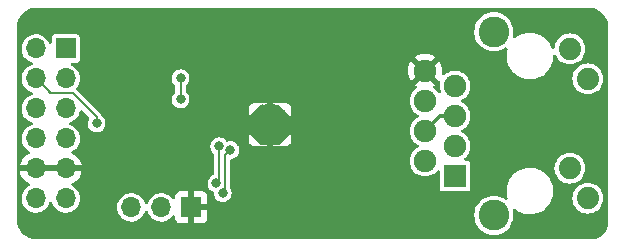
<source format=gbr>
G04 #@! TF.GenerationSoftware,KiCad,Pcbnew,6.0.4-6f826c9f35~116~ubuntu20.04.1*
G04 #@! TF.CreationDate,2022-05-16T14:00:24-07:00*
G04 #@! TF.ProjectId,ethernet-pmod,65746865-726e-4657-942d-706d6f642e6b,1.0*
G04 #@! TF.SameCoordinates,Original*
G04 #@! TF.FileFunction,Copper,L2,Bot*
G04 #@! TF.FilePolarity,Positive*
%FSLAX46Y46*%
G04 Gerber Fmt 4.6, Leading zero omitted, Abs format (unit mm)*
G04 Created by KiCad (PCBNEW 6.0.4-6f826c9f35~116~ubuntu20.04.1) date 2022-05-16 14:00:24*
%MOMM*%
%LPD*%
G01*
G04 APERTURE LIST*
G04 #@! TA.AperFunction,ComponentPad*
%ADD10C,0.500000*%
G04 #@! TD*
G04 #@! TA.AperFunction,SMDPad,CuDef*
%ADD11R,2.600000X2.600000*%
G04 #@! TD*
G04 #@! TA.AperFunction,ComponentPad*
%ADD12R,1.700000X1.700000*%
G04 #@! TD*
G04 #@! TA.AperFunction,ComponentPad*
%ADD13O,1.700000X1.700000*%
G04 #@! TD*
G04 #@! TA.AperFunction,ComponentPad*
%ADD14C,1.900000*%
G04 #@! TD*
G04 #@! TA.AperFunction,ComponentPad*
%ADD15R,1.900000X1.900000*%
G04 #@! TD*
G04 #@! TA.AperFunction,ComponentPad*
%ADD16C,1.890000*%
G04 #@! TD*
G04 #@! TA.AperFunction,ComponentPad*
%ADD17C,2.600000*%
G04 #@! TD*
G04 #@! TA.AperFunction,ViaPad*
%ADD18C,0.800000*%
G04 #@! TD*
G04 #@! TA.AperFunction,Conductor*
%ADD19C,0.200000*%
G04 #@! TD*
G04 #@! TA.AperFunction,Conductor*
%ADD20C,0.300000*%
G04 #@! TD*
G04 APERTURE END LIST*
D10*
X72600000Y-63600000D03*
X73650000Y-62550000D03*
X72600000Y-62550000D03*
X71550000Y-62550000D03*
D11*
X72600000Y-63600000D03*
D10*
X72600000Y-64650000D03*
X71550000Y-63600000D03*
X73650000Y-64650000D03*
X71550000Y-64650000D03*
X73650000Y-63600000D03*
D12*
X55308500Y-57150000D03*
D13*
X55308500Y-59690000D03*
X55308500Y-62230000D03*
X55308500Y-64770000D03*
X55308500Y-67310000D03*
X55308500Y-69850000D03*
X52768500Y-57150000D03*
X52768500Y-59690000D03*
X52768500Y-62230000D03*
X52768500Y-64770000D03*
X52768500Y-67310000D03*
X52768500Y-69850000D03*
D14*
X85725000Y-59055000D03*
X88265000Y-60325000D03*
X85725000Y-61595000D03*
X88265000Y-62865000D03*
X85725000Y-64135000D03*
X88265000Y-65405000D03*
X85725000Y-66675000D03*
D15*
X88265000Y-67945000D03*
D16*
X99505000Y-69825000D03*
X97985000Y-67285000D03*
X99505000Y-59715000D03*
X97985000Y-57175000D03*
D17*
X91555000Y-55725000D03*
X91555000Y-71275000D03*
D12*
X65940000Y-70600000D03*
D13*
X63400000Y-70600000D03*
X60860000Y-70600000D03*
D18*
X57912000Y-63500000D03*
X74676000Y-57912000D03*
X65024000Y-61468000D03*
X65024000Y-59669469D03*
X67343220Y-61468000D03*
X68638848Y-61468000D03*
X69088000Y-58420000D03*
X69088000Y-59436000D03*
X73660000Y-68580000D03*
X81280000Y-71628000D03*
X81280000Y-70612000D03*
X79248000Y-67056000D03*
X78232000Y-65532000D03*
X78200000Y-62000000D03*
X69250000Y-65750000D03*
X68600000Y-69400000D03*
X68069987Y-68551996D03*
X68301305Y-65433769D03*
D19*
X53689250Y-60610750D02*
X54038500Y-60960000D01*
X54038500Y-60960000D02*
X55880000Y-60960000D01*
X55880000Y-60960000D02*
X57912000Y-62992000D01*
X57912000Y-62992000D02*
X57912000Y-63500000D01*
X54014554Y-60936054D02*
X53689250Y-60610750D01*
X53689250Y-60610750D02*
X52768500Y-59690000D01*
X65024000Y-61468000D02*
X65024000Y-59669469D01*
D20*
X85725000Y-64135000D02*
X86995000Y-62865000D01*
X86995000Y-62865000D02*
X88265000Y-62865000D01*
D19*
X72600000Y-63600000D02*
X73600000Y-63600000D01*
X72600000Y-63600000D02*
X71600000Y-63600000D01*
X69250000Y-65750000D02*
X68800000Y-66200000D01*
X68800000Y-69200000D02*
X68600000Y-69400000D01*
X68800000Y-66200000D02*
X68800000Y-69200000D01*
X68301305Y-65433769D02*
X68301305Y-68320678D01*
X68301305Y-68320678D02*
X68069987Y-68551996D01*
D20*
X85600000Y-58930000D02*
X85725000Y-59055000D01*
G04 #@! TA.AperFunction,Conductor*
G36*
X99550056Y-53692027D02*
G01*
X99568000Y-53694869D01*
X99577640Y-53693342D01*
X99587399Y-53693342D01*
X99587399Y-53693466D01*
X99601195Y-53692874D01*
X99798462Y-53706983D01*
X99815963Y-53709499D01*
X100033070Y-53756728D01*
X100050032Y-53761708D01*
X100258215Y-53839357D01*
X100274305Y-53846705D01*
X100469302Y-53953181D01*
X100484185Y-53962746D01*
X100662051Y-54095895D01*
X100675422Y-54107481D01*
X100832519Y-54264578D01*
X100844105Y-54277949D01*
X100977254Y-54455815D01*
X100986819Y-54470698D01*
X101093295Y-54665695D01*
X101100643Y-54681785D01*
X101178292Y-54889968D01*
X101183272Y-54906930D01*
X101198704Y-54977868D01*
X101230500Y-55124031D01*
X101233017Y-55141538D01*
X101238156Y-55213390D01*
X101247126Y-55338805D01*
X101246534Y-55352601D01*
X101246658Y-55352601D01*
X101246658Y-55362360D01*
X101245131Y-55372000D01*
X101246658Y-55381640D01*
X101247973Y-55389942D01*
X101249500Y-55409341D01*
X101249500Y-71688265D01*
X101248706Y-71702276D01*
X101245472Y-71730713D01*
X101247419Y-71740275D01*
X101247847Y-71750025D01*
X101247628Y-71750035D01*
X101248789Y-71763717D01*
X101242938Y-71949157D01*
X101240945Y-71967727D01*
X101202984Y-72173638D01*
X101198224Y-72191700D01*
X101129765Y-72389574D01*
X101122346Y-72406715D01*
X101024943Y-72592060D01*
X101015033Y-72607893D01*
X100890897Y-72776505D01*
X100878722Y-72790669D01*
X100730669Y-72938722D01*
X100716505Y-72950897D01*
X100547893Y-73075033D01*
X100532060Y-73084943D01*
X100346715Y-73182346D01*
X100329574Y-73189765D01*
X100131700Y-73258224D01*
X100113638Y-73262984D01*
X99907727Y-73300945D01*
X99889157Y-73302938D01*
X99703717Y-73308789D01*
X99690035Y-73307628D01*
X99690025Y-73307847D01*
X99680275Y-73307419D01*
X99670713Y-73305472D01*
X99642277Y-73308706D01*
X99628265Y-73309500D01*
X52869341Y-73309500D01*
X52849944Y-73307973D01*
X52832000Y-73305131D01*
X52822360Y-73306658D01*
X52812601Y-73306658D01*
X52812601Y-73306534D01*
X52798805Y-73307126D01*
X52601538Y-73293017D01*
X52584037Y-73290501D01*
X52366930Y-73243272D01*
X52349968Y-73238292D01*
X52141785Y-73160643D01*
X52125695Y-73153295D01*
X51930698Y-73046819D01*
X51915815Y-73037254D01*
X51737949Y-72904105D01*
X51724578Y-72892519D01*
X51567481Y-72735422D01*
X51555895Y-72722051D01*
X51422746Y-72544185D01*
X51413181Y-72529302D01*
X51306705Y-72334305D01*
X51299355Y-72318212D01*
X51274602Y-72251847D01*
X51221708Y-72110032D01*
X51216727Y-72093065D01*
X51169499Y-71875963D01*
X51166982Y-71858457D01*
X51163029Y-71803176D01*
X51152874Y-71661195D01*
X51153466Y-71647399D01*
X51153342Y-71647399D01*
X51153342Y-71637640D01*
X51154869Y-71628000D01*
X51152027Y-71610056D01*
X51150500Y-71590659D01*
X51150500Y-67577748D01*
X51436708Y-67577748D01*
X51467080Y-67712517D01*
X51470118Y-67722209D01*
X51550300Y-67919675D01*
X51554874Y-67928730D01*
X51666231Y-68110448D01*
X51672225Y-68118639D01*
X51811770Y-68279734D01*
X51819015Y-68286829D01*
X51982997Y-68422969D01*
X51991313Y-68428791D01*
X52175320Y-68536317D01*
X52184469Y-68540700D01*
X52211043Y-68550847D01*
X52266650Y-68593151D01*
X52290558Y-68658803D01*
X52275177Y-68726958D01*
X52230210Y-68773255D01*
X52142071Y-68825692D01*
X52080699Y-68862205D01*
X52059841Y-68874614D01*
X51893957Y-69020090D01*
X51757363Y-69193360D01*
X51754716Y-69198391D01*
X51731772Y-69242001D01*
X51654631Y-69388620D01*
X51652944Y-69394053D01*
X51652943Y-69394056D01*
X51652229Y-69396357D01*
X51589203Y-69599333D01*
X51588535Y-69604978D01*
X51588534Y-69604982D01*
X51577457Y-69698573D01*
X51563270Y-69818440D01*
X51563641Y-69824102D01*
X51563641Y-69824106D01*
X51569710Y-69916703D01*
X51577700Y-70038604D01*
X51632011Y-70252452D01*
X51634387Y-70257606D01*
X51675138Y-70346000D01*
X51724383Y-70452821D01*
X51727661Y-70457459D01*
X51828399Y-70600000D01*
X51851722Y-70633002D01*
X51855793Y-70636968D01*
X51855794Y-70636969D01*
X52005690Y-70782993D01*
X52005695Y-70782997D01*
X52009764Y-70786961D01*
X52014487Y-70790117D01*
X52014491Y-70790120D01*
X52098685Y-70846376D01*
X52193217Y-70909540D01*
X52395936Y-70996635D01*
X52481543Y-71016006D01*
X52605585Y-71044074D01*
X52605587Y-71044074D01*
X52611132Y-71045329D01*
X52748957Y-71050744D01*
X52825918Y-71053768D01*
X52825920Y-71053768D01*
X52831598Y-71053991D01*
X52837218Y-71053176D01*
X52837221Y-71053176D01*
X53044326Y-71023147D01*
X53044329Y-71023146D01*
X53049952Y-71022331D01*
X53156977Y-70986001D01*
X53253489Y-70953240D01*
X53253492Y-70953239D01*
X53258879Y-70951410D01*
X53428248Y-70856559D01*
X53446431Y-70846376D01*
X53446432Y-70846375D01*
X53451384Y-70843602D01*
X53474583Y-70824308D01*
X53616651Y-70706150D01*
X53621018Y-70702518D01*
X53652436Y-70664742D01*
X53758471Y-70537250D01*
X53758472Y-70537249D01*
X53762102Y-70532884D01*
X53797144Y-70470313D01*
X53861732Y-70354982D01*
X53869910Y-70340379D01*
X53874055Y-70328170D01*
X53920934Y-70190067D01*
X53961123Y-70132912D01*
X54025832Y-70106559D01*
X54094516Y-70119373D01*
X54145369Y-70167287D01*
X54158538Y-70199401D01*
X54172011Y-70252452D01*
X54174387Y-70257606D01*
X54215138Y-70346000D01*
X54264383Y-70452821D01*
X54267661Y-70457459D01*
X54368399Y-70600000D01*
X54391722Y-70633002D01*
X54395793Y-70636968D01*
X54395794Y-70636969D01*
X54545690Y-70782993D01*
X54545695Y-70782997D01*
X54549764Y-70786961D01*
X54554487Y-70790117D01*
X54554491Y-70790120D01*
X54638685Y-70846376D01*
X54733217Y-70909540D01*
X54935936Y-70996635D01*
X55021543Y-71016006D01*
X55145585Y-71044074D01*
X55145587Y-71044074D01*
X55151132Y-71045329D01*
X55288957Y-71050744D01*
X55365918Y-71053768D01*
X55365920Y-71053768D01*
X55371598Y-71053991D01*
X55377218Y-71053176D01*
X55377221Y-71053176D01*
X55584326Y-71023147D01*
X55584329Y-71023146D01*
X55589952Y-71022331D01*
X55696977Y-70986001D01*
X55793489Y-70953240D01*
X55793492Y-70953239D01*
X55798879Y-70951410D01*
X55968248Y-70856559D01*
X55986431Y-70846376D01*
X55986432Y-70846375D01*
X55991384Y-70843602D01*
X56014583Y-70824308D01*
X56156651Y-70706150D01*
X56161018Y-70702518D01*
X56192436Y-70664742D01*
X56272530Y-70568440D01*
X59654770Y-70568440D01*
X59655141Y-70574102D01*
X59655141Y-70574106D01*
X59660540Y-70656478D01*
X59669200Y-70788604D01*
X59723511Y-71002452D01*
X59725887Y-71007606D01*
X59743381Y-71045552D01*
X59815883Y-71202821D01*
X59943222Y-71383002D01*
X59947293Y-71386968D01*
X59947294Y-71386969D01*
X60097190Y-71532993D01*
X60097195Y-71532997D01*
X60101264Y-71536961D01*
X60105987Y-71540117D01*
X60105991Y-71540120D01*
X60190185Y-71596376D01*
X60284717Y-71659540D01*
X60487436Y-71746635D01*
X60592913Y-71770502D01*
X60697085Y-71794074D01*
X60697087Y-71794074D01*
X60702632Y-71795329D01*
X60840457Y-71800744D01*
X60917418Y-71803768D01*
X60917420Y-71803768D01*
X60923098Y-71803991D01*
X60928718Y-71803176D01*
X60928721Y-71803176D01*
X61135826Y-71773147D01*
X61135829Y-71773146D01*
X61141452Y-71772331D01*
X61292619Y-71721017D01*
X61344989Y-71703240D01*
X61344992Y-71703239D01*
X61350379Y-71701410D01*
X61481462Y-71628000D01*
X61537931Y-71596376D01*
X61537932Y-71596375D01*
X61542884Y-71593602D01*
X61574283Y-71567488D01*
X61708151Y-71456150D01*
X61712518Y-71452518D01*
X61773458Y-71379246D01*
X61849971Y-71287250D01*
X61849972Y-71287249D01*
X61853602Y-71282884D01*
X61961410Y-71090379D01*
X61976703Y-71045329D01*
X62012434Y-70940067D01*
X62052623Y-70882912D01*
X62117332Y-70856559D01*
X62186016Y-70869373D01*
X62236869Y-70917287D01*
X62250038Y-70949401D01*
X62263511Y-71002452D01*
X62265887Y-71007606D01*
X62283381Y-71045552D01*
X62355883Y-71202821D01*
X62483222Y-71383002D01*
X62487293Y-71386968D01*
X62487294Y-71386969D01*
X62637190Y-71532993D01*
X62637195Y-71532997D01*
X62641264Y-71536961D01*
X62645987Y-71540117D01*
X62645991Y-71540120D01*
X62730185Y-71596376D01*
X62824717Y-71659540D01*
X63027436Y-71746635D01*
X63132913Y-71770502D01*
X63237085Y-71794074D01*
X63237087Y-71794074D01*
X63242632Y-71795329D01*
X63380457Y-71800744D01*
X63457418Y-71803768D01*
X63457420Y-71803768D01*
X63463098Y-71803991D01*
X63468718Y-71803176D01*
X63468721Y-71803176D01*
X63675826Y-71773147D01*
X63675829Y-71773146D01*
X63681452Y-71772331D01*
X63832619Y-71721017D01*
X63884989Y-71703240D01*
X63884992Y-71703239D01*
X63890379Y-71701410D01*
X64021462Y-71628000D01*
X64077931Y-71596376D01*
X64077932Y-71596375D01*
X64082884Y-71593602D01*
X64114283Y-71567488D01*
X64248151Y-71456150D01*
X64252518Y-71452518D01*
X64362666Y-71320080D01*
X64420667Y-71281126D01*
X64490522Y-71279713D01*
X64550052Y-71316290D01*
X64580357Y-71379246D01*
X64582001Y-71399372D01*
X64582001Y-71494726D01*
X64582364Y-71501431D01*
X64587908Y-71552477D01*
X64591478Y-71567488D01*
X64636727Y-71688190D01*
X64645126Y-71703532D01*
X64721798Y-71805835D01*
X64734165Y-71818202D01*
X64836468Y-71894874D01*
X64851810Y-71903273D01*
X64972515Y-71948524D01*
X64987518Y-71952091D01*
X65038573Y-71957637D01*
X65045271Y-71958000D01*
X65668170Y-71958000D01*
X65683169Y-71953596D01*
X65684356Y-71952226D01*
X65686000Y-71944668D01*
X65686000Y-71940169D01*
X66194000Y-71940169D01*
X66198404Y-71955168D01*
X66199774Y-71956355D01*
X66207332Y-71957999D01*
X66834726Y-71957999D01*
X66841431Y-71957636D01*
X66892477Y-71952092D01*
X66907488Y-71948522D01*
X67028190Y-71903273D01*
X67043532Y-71894874D01*
X67145835Y-71818202D01*
X67158202Y-71805835D01*
X67234874Y-71703532D01*
X67243273Y-71688190D01*
X67288524Y-71567485D01*
X67292091Y-71552482D01*
X67297637Y-71501427D01*
X67298000Y-71494729D01*
X67298000Y-71275000D01*
X89899396Y-71275000D01*
X89899778Y-71279854D01*
X89916689Y-71494726D01*
X89919779Y-71533994D01*
X89920914Y-71538723D01*
X89920915Y-71538727D01*
X89960482Y-71703532D01*
X89980427Y-71786610D01*
X90079846Y-72026628D01*
X90215588Y-72248140D01*
X90384311Y-72445689D01*
X90388012Y-72448850D01*
X90565396Y-72600350D01*
X90581860Y-72614412D01*
X90803372Y-72750154D01*
X91043390Y-72849573D01*
X91048126Y-72850710D01*
X91291273Y-72909085D01*
X91291277Y-72909086D01*
X91296006Y-72910221D01*
X91300856Y-72910603D01*
X91300858Y-72910603D01*
X91550146Y-72930222D01*
X91555000Y-72930604D01*
X91559854Y-72930222D01*
X91809142Y-72910603D01*
X91809144Y-72910603D01*
X91813994Y-72910221D01*
X91818723Y-72909086D01*
X91818727Y-72909085D01*
X92061874Y-72850710D01*
X92066610Y-72849573D01*
X92306628Y-72750154D01*
X92528140Y-72614412D01*
X92544605Y-72600350D01*
X92721988Y-72448850D01*
X92725689Y-72445689D01*
X92894412Y-72248140D01*
X93030154Y-72026628D01*
X93129573Y-71786610D01*
X93149518Y-71703532D01*
X93189085Y-71538727D01*
X93189086Y-71538723D01*
X93190221Y-71533994D01*
X93193312Y-71494726D01*
X93210222Y-71279854D01*
X93210604Y-71275000D01*
X93210222Y-71270146D01*
X93190603Y-71020858D01*
X93190603Y-71020856D01*
X93190221Y-71016006D01*
X93189085Y-71011273D01*
X93189085Y-71011272D01*
X93155054Y-70869524D01*
X93158545Y-70799742D01*
X93199209Y-70742924D01*
X93264135Y-70717111D01*
X93332710Y-70730497D01*
X93352391Y-70743195D01*
X93491768Y-70853071D01*
X93495563Y-70855275D01*
X93495564Y-70855276D01*
X93664688Y-70953511D01*
X93733680Y-70993585D01*
X93737750Y-70995233D01*
X93737753Y-70995235D01*
X93806665Y-71023147D01*
X93992978Y-71098611D01*
X93997228Y-71099667D01*
X93997232Y-71099668D01*
X94101021Y-71125449D01*
X94264487Y-71166054D01*
X94335105Y-71173290D01*
X94499931Y-71190178D01*
X94499938Y-71190178D01*
X94503077Y-71190500D01*
X94676266Y-71190500D01*
X94678434Y-71190346D01*
X94678448Y-71190346D01*
X94809023Y-71181100D01*
X94884061Y-71175787D01*
X95157555Y-71116906D01*
X95351572Y-71045329D01*
X95415914Y-71021592D01*
X95415915Y-71021591D01*
X95420023Y-71020076D01*
X95466062Y-70995235D01*
X95543892Y-70953240D01*
X95666230Y-70887230D01*
X95690407Y-70869373D01*
X95887731Y-70723627D01*
X95891262Y-70721019D01*
X95895232Y-70717111D01*
X96087502Y-70527838D01*
X96087507Y-70527832D01*
X96090629Y-70524759D01*
X96141991Y-70457459D01*
X96257700Y-70305845D01*
X96257705Y-70305837D01*
X96260355Y-70302365D01*
X96275856Y-70274686D01*
X96394909Y-70062102D01*
X96394910Y-70062100D01*
X96397052Y-70058275D01*
X96487299Y-69825000D01*
X98204551Y-69825000D01*
X98224308Y-70050821D01*
X98225710Y-70056053D01*
X98279534Y-70256926D01*
X98282978Y-70269780D01*
X98378778Y-70475224D01*
X98381885Y-70479661D01*
X98381886Y-70479663D01*
X98505692Y-70656478D01*
X98505696Y-70656482D01*
X98508798Y-70660913D01*
X98669087Y-70821202D01*
X98673518Y-70824304D01*
X98673522Y-70824308D01*
X98763385Y-70887230D01*
X98854775Y-70951222D01*
X98859680Y-70953509D01*
X98859683Y-70953511D01*
X99055317Y-71044736D01*
X99055320Y-71044737D01*
X99060220Y-71047022D01*
X99279179Y-71105692D01*
X99505000Y-71125449D01*
X99730821Y-71105692D01*
X99949780Y-71047022D01*
X99954680Y-71044737D01*
X99954683Y-71044736D01*
X100150317Y-70953511D01*
X100150320Y-70953509D01*
X100155225Y-70951222D01*
X100246615Y-70887230D01*
X100336478Y-70824308D01*
X100336482Y-70824304D01*
X100340913Y-70821202D01*
X100501202Y-70660913D01*
X100504304Y-70656482D01*
X100504308Y-70656478D01*
X100628114Y-70479663D01*
X100628115Y-70479661D01*
X100631222Y-70475224D01*
X100727022Y-70269780D01*
X100730467Y-70256926D01*
X100784290Y-70056053D01*
X100785692Y-70050821D01*
X100805449Y-69825000D01*
X100785692Y-69599179D01*
X100766914Y-69529100D01*
X100728423Y-69385447D01*
X100728421Y-69385443D01*
X100727022Y-69380220D01*
X100631222Y-69174776D01*
X100602618Y-69133925D01*
X100504308Y-68993522D01*
X100504304Y-68993518D01*
X100501202Y-68989087D01*
X100340913Y-68828798D01*
X100336482Y-68825696D01*
X100336478Y-68825692D01*
X100179249Y-68715600D01*
X100155225Y-68698778D01*
X100150320Y-68696491D01*
X100150317Y-68696489D01*
X99954683Y-68605264D01*
X99954680Y-68605263D01*
X99949780Y-68602978D01*
X99944552Y-68601577D01*
X99882599Y-68584977D01*
X99730821Y-68544308D01*
X99505000Y-68524551D01*
X99279179Y-68544308D01*
X99273946Y-68545710D01*
X99273947Y-68545710D01*
X99065447Y-68601577D01*
X99065443Y-68601579D01*
X99060220Y-68602978D01*
X98854776Y-68698778D01*
X98850342Y-68701883D01*
X98850337Y-68701886D01*
X98673522Y-68825692D01*
X98673518Y-68825696D01*
X98669087Y-68828798D01*
X98508798Y-68989087D01*
X98505696Y-68993518D01*
X98505692Y-68993522D01*
X98407382Y-69133925D01*
X98378778Y-69174776D01*
X98282978Y-69380220D01*
X98281579Y-69385443D01*
X98281577Y-69385447D01*
X98243086Y-69529100D01*
X98224308Y-69599179D01*
X98204551Y-69825000D01*
X96487299Y-69825000D01*
X96497992Y-69797360D01*
X96499374Y-69791400D01*
X96532722Y-69647523D01*
X96561162Y-69524826D01*
X96568904Y-69435438D01*
X96584924Y-69250475D01*
X96584924Y-69250473D01*
X96585302Y-69246109D01*
X96569929Y-68966772D01*
X96563146Y-68932669D01*
X96522384Y-68727748D01*
X96515350Y-68692387D01*
X96495873Y-68636923D01*
X96450746Y-68508421D01*
X96422655Y-68428430D01*
X96419819Y-68422969D01*
X96295714Y-68184058D01*
X96295712Y-68184055D01*
X96293693Y-68180168D01*
X96131037Y-67952552D01*
X96017724Y-67833770D01*
X95940969Y-67753310D01*
X95940965Y-67753306D01*
X95937932Y-67750127D01*
X95718232Y-67576929D01*
X95646480Y-67535252D01*
X95480120Y-67438622D01*
X95480118Y-67438621D01*
X95476320Y-67436415D01*
X95472250Y-67434767D01*
X95472247Y-67434765D01*
X95221088Y-67333036D01*
X95221089Y-67333036D01*
X95217022Y-67331389D01*
X95212772Y-67330333D01*
X95212768Y-67330332D01*
X95030271Y-67285000D01*
X96684551Y-67285000D01*
X96704308Y-67510821D01*
X96705710Y-67516053D01*
X96749145Y-67678153D01*
X96762978Y-67729780D01*
X96858778Y-67935224D01*
X96861885Y-67939661D01*
X96861886Y-67939663D01*
X96985692Y-68116478D01*
X96985696Y-68116482D01*
X96988798Y-68120913D01*
X97149087Y-68281202D01*
X97153518Y-68284304D01*
X97153522Y-68284308D01*
X97243346Y-68347203D01*
X97334775Y-68411222D01*
X97339680Y-68413509D01*
X97339683Y-68413511D01*
X97535317Y-68504736D01*
X97535320Y-68504737D01*
X97540220Y-68507022D01*
X97759179Y-68565692D01*
X97985000Y-68585449D01*
X98210821Y-68565692D01*
X98429780Y-68507022D01*
X98434680Y-68504737D01*
X98434683Y-68504736D01*
X98630317Y-68413511D01*
X98630320Y-68413509D01*
X98635225Y-68411222D01*
X98726654Y-68347203D01*
X98816478Y-68284308D01*
X98816482Y-68284304D01*
X98820913Y-68281202D01*
X98981202Y-68120913D01*
X98984304Y-68116482D01*
X98984308Y-68116478D01*
X99108114Y-67939663D01*
X99108115Y-67939661D01*
X99111222Y-67935224D01*
X99207022Y-67729780D01*
X99220856Y-67678153D01*
X99264290Y-67516053D01*
X99265692Y-67510821D01*
X99285449Y-67285000D01*
X99265692Y-67059179D01*
X99238394Y-66957300D01*
X99208423Y-66845447D01*
X99208421Y-66845443D01*
X99207022Y-66840220D01*
X99111222Y-66634776D01*
X99104247Y-66624815D01*
X98984308Y-66453522D01*
X98984304Y-66453518D01*
X98981202Y-66449087D01*
X98820913Y-66288798D01*
X98816482Y-66285696D01*
X98816478Y-66285692D01*
X98697459Y-66202355D01*
X98635225Y-66158778D01*
X98630320Y-66156491D01*
X98630317Y-66156489D01*
X98434683Y-66065264D01*
X98434680Y-66065263D01*
X98429780Y-66062978D01*
X98424552Y-66061577D01*
X98277841Y-66022266D01*
X98210821Y-66004308D01*
X97985000Y-65984551D01*
X97759179Y-66004308D01*
X97753946Y-66005710D01*
X97753947Y-66005710D01*
X97545447Y-66061577D01*
X97545443Y-66061579D01*
X97540220Y-66062978D01*
X97334776Y-66158778D01*
X97330342Y-66161883D01*
X97330337Y-66161886D01*
X97153522Y-66285692D01*
X97153518Y-66285696D01*
X97149087Y-66288798D01*
X96988798Y-66449087D01*
X96985696Y-66453518D01*
X96985692Y-66453522D01*
X96865753Y-66624815D01*
X96858778Y-66634776D01*
X96762978Y-66840220D01*
X96761579Y-66845443D01*
X96761577Y-66845447D01*
X96731606Y-66957300D01*
X96704308Y-67059179D01*
X96684551Y-67285000D01*
X95030271Y-67285000D01*
X94949768Y-67265003D01*
X94949769Y-67265003D01*
X94945513Y-67263946D01*
X94859548Y-67255138D01*
X94710069Y-67239822D01*
X94710062Y-67239822D01*
X94706923Y-67239500D01*
X94533734Y-67239500D01*
X94531566Y-67239654D01*
X94531552Y-67239654D01*
X94400977Y-67248900D01*
X94325939Y-67254213D01*
X94052445Y-67313094D01*
X93789977Y-67409924D01*
X93786121Y-67412004D01*
X93786120Y-67412005D01*
X93736790Y-67438622D01*
X93543770Y-67542770D01*
X93540244Y-67545375D01*
X93540243Y-67545375D01*
X93387304Y-67658337D01*
X93318738Y-67708981D01*
X93315610Y-67712061D01*
X93315608Y-67712062D01*
X93122498Y-67902162D01*
X93122493Y-67902168D01*
X93119371Y-67905241D01*
X93116710Y-67908728D01*
X92952300Y-68124155D01*
X92952295Y-68124163D01*
X92949645Y-68127635D01*
X92947504Y-68131458D01*
X92815096Y-68367890D01*
X92812948Y-68371725D01*
X92712008Y-68632640D01*
X92711016Y-68636920D01*
X92711015Y-68636923D01*
X92696678Y-68698778D01*
X92648838Y-68905174D01*
X92648460Y-68909535D01*
X92648460Y-68909537D01*
X92628697Y-69137724D01*
X92624698Y-69183891D01*
X92640071Y-69463228D01*
X92640927Y-69467534D01*
X92640928Y-69467538D01*
X92663489Y-69580958D01*
X92694650Y-69737613D01*
X92699221Y-69750630D01*
X92713538Y-69791400D01*
X92717177Y-69861174D01*
X92682516Y-69921841D01*
X92620559Y-69954137D01*
X92550976Y-69947810D01*
X92528289Y-69935345D01*
X92528140Y-69935588D01*
X92306628Y-69799846D01*
X92066610Y-69700427D01*
X92048043Y-69695970D01*
X91818727Y-69640915D01*
X91818723Y-69640914D01*
X91813994Y-69639779D01*
X91809144Y-69639397D01*
X91809142Y-69639397D01*
X91559854Y-69619778D01*
X91555000Y-69619396D01*
X91550146Y-69619778D01*
X91300858Y-69639397D01*
X91300856Y-69639397D01*
X91296006Y-69639779D01*
X91291277Y-69640914D01*
X91291273Y-69640915D01*
X91061957Y-69695970D01*
X91043390Y-69700427D01*
X90803372Y-69799846D01*
X90581860Y-69935588D01*
X90384311Y-70104311D01*
X90381150Y-70108012D01*
X90226841Y-70288685D01*
X90215588Y-70301860D01*
X90079846Y-70523372D01*
X89980427Y-70763390D01*
X89979290Y-70768126D01*
X89920916Y-71011272D01*
X89919779Y-71016006D01*
X89919397Y-71020856D01*
X89919397Y-71020858D01*
X89899778Y-71270146D01*
X89899396Y-71275000D01*
X67298000Y-71275000D01*
X67298000Y-70871830D01*
X67293596Y-70856831D01*
X67292226Y-70855644D01*
X67284668Y-70854000D01*
X66211830Y-70854000D01*
X66196831Y-70858404D01*
X66195644Y-70859774D01*
X66194000Y-70867332D01*
X66194000Y-71940169D01*
X65686000Y-71940169D01*
X65686000Y-70328170D01*
X66194000Y-70328170D01*
X66198404Y-70343169D01*
X66199774Y-70344356D01*
X66207332Y-70346000D01*
X67280169Y-70346000D01*
X67295168Y-70341596D01*
X67296355Y-70340226D01*
X67297999Y-70332668D01*
X67297999Y-69705274D01*
X67297636Y-69698569D01*
X67292092Y-69647523D01*
X67288522Y-69632512D01*
X67243273Y-69511810D01*
X67234874Y-69496468D01*
X67158202Y-69394165D01*
X67145835Y-69381798D01*
X67043532Y-69305126D01*
X67028190Y-69296727D01*
X66907485Y-69251476D01*
X66892482Y-69247909D01*
X66841427Y-69242363D01*
X66834729Y-69242000D01*
X66211830Y-69242000D01*
X66196831Y-69246404D01*
X66195644Y-69247774D01*
X66194000Y-69255332D01*
X66194000Y-70328170D01*
X65686000Y-70328170D01*
X65686000Y-69259831D01*
X65681596Y-69244832D01*
X65680226Y-69243645D01*
X65672668Y-69242001D01*
X65045274Y-69242001D01*
X65038569Y-69242364D01*
X64987523Y-69247908D01*
X64972512Y-69251478D01*
X64851810Y-69296727D01*
X64836468Y-69305126D01*
X64734165Y-69381798D01*
X64721798Y-69394165D01*
X64645126Y-69496468D01*
X64636727Y-69511810D01*
X64591476Y-69632515D01*
X64587909Y-69647518D01*
X64582363Y-69698573D01*
X64582000Y-69705271D01*
X64582000Y-69803011D01*
X64562315Y-69870050D01*
X64509511Y-69915805D01*
X64440353Y-69925749D01*
X64376797Y-69896724D01*
X64358645Y-69877203D01*
X64341978Y-69854883D01*
X64295967Y-69793267D01*
X64133949Y-69643499D01*
X64121985Y-69635950D01*
X63952159Y-69528798D01*
X63952157Y-69528797D01*
X63947350Y-69525764D01*
X63742421Y-69444006D01*
X63736840Y-69442896D01*
X63736837Y-69442895D01*
X63607653Y-69417199D01*
X63526024Y-69400962D01*
X63520337Y-69400888D01*
X63520332Y-69400887D01*
X63311095Y-69398148D01*
X63311090Y-69398148D01*
X63305406Y-69398074D01*
X63299802Y-69399037D01*
X63299801Y-69399037D01*
X63093560Y-69434475D01*
X63093557Y-69434476D01*
X63087957Y-69435438D01*
X62880957Y-69511804D01*
X62852393Y-69528798D01*
X62699470Y-69619778D01*
X62691341Y-69624614D01*
X62525457Y-69770090D01*
X62388863Y-69943360D01*
X62386216Y-69948391D01*
X62335857Y-70044108D01*
X62286131Y-70138620D01*
X62284444Y-70144053D01*
X62248429Y-70260040D01*
X62209750Y-70318226D01*
X62145753Y-70346264D01*
X62076757Y-70335252D01*
X62024667Y-70288685D01*
X62010662Y-70256926D01*
X62009401Y-70252452D01*
X61985565Y-70167936D01*
X61968698Y-70133732D01*
X61890495Y-69975153D01*
X61887980Y-69970053D01*
X61755967Y-69793267D01*
X61593949Y-69643499D01*
X61581985Y-69635950D01*
X61412159Y-69528798D01*
X61412157Y-69528797D01*
X61407350Y-69525764D01*
X61202421Y-69444006D01*
X61196840Y-69442896D01*
X61196837Y-69442895D01*
X61067653Y-69417199D01*
X60986024Y-69400962D01*
X60980337Y-69400888D01*
X60980332Y-69400887D01*
X60771095Y-69398148D01*
X60771090Y-69398148D01*
X60765406Y-69398074D01*
X60759802Y-69399037D01*
X60759801Y-69399037D01*
X60553560Y-69434475D01*
X60553557Y-69434476D01*
X60547957Y-69435438D01*
X60340957Y-69511804D01*
X60312393Y-69528798D01*
X60159470Y-69619778D01*
X60151341Y-69624614D01*
X59985457Y-69770090D01*
X59848863Y-69943360D01*
X59846216Y-69948391D01*
X59795857Y-70044108D01*
X59746131Y-70138620D01*
X59680703Y-70349333D01*
X59680035Y-70354978D01*
X59680034Y-70354982D01*
X59658978Y-70532884D01*
X59654770Y-70568440D01*
X56272530Y-70568440D01*
X56298471Y-70537250D01*
X56298472Y-70537249D01*
X56302102Y-70532884D01*
X56337144Y-70470313D01*
X56401732Y-70354982D01*
X56409910Y-70340379D01*
X56414055Y-70328170D01*
X56468446Y-70167936D01*
X56480831Y-70131452D01*
X56482583Y-70119373D01*
X56504894Y-69965495D01*
X56512491Y-69913098D01*
X56514143Y-69850000D01*
X56493954Y-69630289D01*
X56434065Y-69417936D01*
X56336480Y-69220053D01*
X56204467Y-69043267D01*
X56042449Y-68893499D01*
X55855850Y-68775764D01*
X55853802Y-68774947D01*
X55803830Y-68727748D01*
X55787036Y-68659927D01*
X55809575Y-68593792D01*
X55856369Y-68553885D01*
X55881750Y-68541451D01*
X67314812Y-68541451D01*
X67320845Y-68602978D01*
X67329206Y-68688252D01*
X67331242Y-68709021D01*
X67384389Y-68868787D01*
X67387982Y-68874720D01*
X67387983Y-68874722D01*
X67468020Y-69006879D01*
X67471611Y-69012808D01*
X67476424Y-69017792D01*
X67557116Y-69101350D01*
X67588573Y-69133925D01*
X67594376Y-69137723D01*
X67594378Y-69137724D01*
X67671895Y-69188450D01*
X67729462Y-69226121D01*
X67735957Y-69228536D01*
X67735960Y-69228538D01*
X67767239Y-69240170D01*
X67823212Y-69281988D01*
X67847692Y-69347429D01*
X67847039Y-69371929D01*
X67844825Y-69389455D01*
X67861255Y-69557025D01*
X67914402Y-69716791D01*
X67917995Y-69722724D01*
X67917996Y-69722726D01*
X67983203Y-69830395D01*
X68001624Y-69860812D01*
X68006437Y-69865796D01*
X68086199Y-69948391D01*
X68118586Y-69981929D01*
X68124389Y-69985727D01*
X68124391Y-69985728D01*
X68223863Y-70050821D01*
X68259475Y-70074125D01*
X68265970Y-70076540D01*
X68265973Y-70076542D01*
X68410789Y-70130398D01*
X68410792Y-70130399D01*
X68417289Y-70132815D01*
X68584183Y-70155083D01*
X68591084Y-70154455D01*
X68591086Y-70154455D01*
X68688635Y-70145577D01*
X68751864Y-70139823D01*
X68758455Y-70137681D01*
X68758457Y-70137681D01*
X68905406Y-70089935D01*
X68905410Y-70089933D01*
X68911997Y-70087793D01*
X69056623Y-70001578D01*
X69136252Y-69925749D01*
X69173535Y-69890245D01*
X69173537Y-69890243D01*
X69178554Y-69885465D01*
X69234368Y-69801459D01*
X69267894Y-69750999D01*
X69267896Y-69750995D01*
X69271731Y-69745223D01*
X69274191Y-69738747D01*
X69274193Y-69738743D01*
X69317468Y-69624819D01*
X69331521Y-69587823D01*
X69354955Y-69421088D01*
X69355249Y-69400000D01*
X69349352Y-69347429D01*
X69337254Y-69239564D01*
X69337253Y-69239560D01*
X69336481Y-69232676D01*
X69293446Y-69109097D01*
X69283387Y-69080211D01*
X69283385Y-69080207D01*
X69281108Y-69073668D01*
X69269341Y-69054837D01*
X69250500Y-68989128D01*
X69250500Y-66675000D01*
X84419532Y-66675000D01*
X84420004Y-66680395D01*
X84438595Y-66892888D01*
X84439365Y-66901692D01*
X84498261Y-67121496D01*
X84500548Y-67126400D01*
X84500550Y-67126406D01*
X84564687Y-67263946D01*
X84594432Y-67327734D01*
X84597539Y-67332171D01*
X84597540Y-67332173D01*
X84721847Y-67509704D01*
X84721851Y-67509708D01*
X84724953Y-67514139D01*
X84885861Y-67675047D01*
X84890292Y-67678149D01*
X84890296Y-67678153D01*
X84989201Y-67747406D01*
X85072266Y-67805568D01*
X85077177Y-67807858D01*
X85273594Y-67899450D01*
X85273600Y-67899452D01*
X85278504Y-67901739D01*
X85498308Y-67960635D01*
X85503693Y-67961106D01*
X85503698Y-67961107D01*
X85719605Y-67979996D01*
X85725000Y-67980468D01*
X85730395Y-67979996D01*
X85946302Y-67961107D01*
X85946307Y-67961106D01*
X85951692Y-67960635D01*
X86171496Y-67901739D01*
X86176400Y-67899452D01*
X86176406Y-67899450D01*
X86372823Y-67807858D01*
X86377734Y-67805568D01*
X86460799Y-67747406D01*
X86559704Y-67678153D01*
X86559708Y-67678149D01*
X86564139Y-67675047D01*
X86725047Y-67514139D01*
X86728149Y-67509708D01*
X86728153Y-67509704D01*
X86738925Y-67494319D01*
X86793502Y-67450694D01*
X86863000Y-67443500D01*
X86925355Y-67475023D01*
X86960769Y-67535252D01*
X86964500Y-67565442D01*
X86964500Y-68928218D01*
X86974642Y-68997112D01*
X87026068Y-69101855D01*
X87033323Y-69109097D01*
X87101021Y-69176677D01*
X87108650Y-69184293D01*
X87117855Y-69188792D01*
X87117857Y-69188794D01*
X87137491Y-69198391D01*
X87213482Y-69235536D01*
X87223006Y-69236925D01*
X87223008Y-69236926D01*
X87277331Y-69244851D01*
X87277336Y-69244851D01*
X87281782Y-69245500D01*
X89248218Y-69245500D01*
X89317112Y-69235358D01*
X89421855Y-69183932D01*
X89504293Y-69101350D01*
X89508792Y-69092145D01*
X89508794Y-69092143D01*
X89551308Y-69005167D01*
X89555536Y-68996518D01*
X89557179Y-68985258D01*
X89564851Y-68932669D01*
X89564851Y-68932664D01*
X89565500Y-68928218D01*
X89565500Y-66961782D01*
X89555358Y-66892888D01*
X89503932Y-66788145D01*
X89421350Y-66705707D01*
X89412145Y-66701208D01*
X89412143Y-66701206D01*
X89347493Y-66669605D01*
X89316518Y-66654464D01*
X89306994Y-66653075D01*
X89306992Y-66653074D01*
X89252669Y-66645149D01*
X89252664Y-66645149D01*
X89248218Y-66644500D01*
X89155442Y-66644500D01*
X89088403Y-66624815D01*
X89042648Y-66572011D01*
X89032704Y-66502853D01*
X89061729Y-66439297D01*
X89084319Y-66418925D01*
X89099704Y-66408153D01*
X89099708Y-66408149D01*
X89104139Y-66405047D01*
X89265047Y-66244139D01*
X89268149Y-66239708D01*
X89268153Y-66239704D01*
X89392460Y-66062173D01*
X89392461Y-66062171D01*
X89395568Y-66057734D01*
X89434618Y-65973991D01*
X89489450Y-65856406D01*
X89489452Y-65856400D01*
X89491739Y-65851496D01*
X89550635Y-65631692D01*
X89554924Y-65582676D01*
X89569996Y-65410395D01*
X89570468Y-65405000D01*
X89569170Y-65390169D01*
X89551107Y-65183698D01*
X89551106Y-65183693D01*
X89550635Y-65178308D01*
X89491739Y-64958504D01*
X89489452Y-64953600D01*
X89489450Y-64953594D01*
X89397858Y-64757177D01*
X89395568Y-64752266D01*
X89392460Y-64747827D01*
X89268153Y-64570296D01*
X89268149Y-64570292D01*
X89265047Y-64565861D01*
X89104139Y-64404953D01*
X89099708Y-64401851D01*
X89099704Y-64401847D01*
X88922173Y-64277540D01*
X88922171Y-64277539D01*
X88917734Y-64274432D01*
X88859724Y-64247382D01*
X88807286Y-64201210D01*
X88788134Y-64134016D01*
X88808350Y-64067135D01*
X88859725Y-64022618D01*
X88912823Y-63997858D01*
X88917734Y-63995568D01*
X88932163Y-63985465D01*
X89099704Y-63868153D01*
X89099708Y-63868149D01*
X89104139Y-63865047D01*
X89265047Y-63704139D01*
X89268149Y-63699708D01*
X89268153Y-63699704D01*
X89392460Y-63522173D01*
X89392461Y-63522171D01*
X89395568Y-63517734D01*
X89409817Y-63487177D01*
X89489450Y-63316406D01*
X89489452Y-63316400D01*
X89491739Y-63311496D01*
X89550635Y-63091692D01*
X89551271Y-63084430D01*
X89569996Y-62870395D01*
X89570468Y-62865000D01*
X89568478Y-62842257D01*
X89551107Y-62643698D01*
X89551106Y-62643693D01*
X89550635Y-62638308D01*
X89491739Y-62418504D01*
X89489452Y-62413600D01*
X89489450Y-62413594D01*
X89397858Y-62217177D01*
X89395568Y-62212266D01*
X89367923Y-62172784D01*
X89268153Y-62030296D01*
X89268149Y-62030292D01*
X89265047Y-62025861D01*
X89104139Y-61864953D01*
X89099708Y-61861851D01*
X89099704Y-61861847D01*
X88922173Y-61737540D01*
X88922171Y-61737539D01*
X88917734Y-61734432D01*
X88859724Y-61707382D01*
X88807286Y-61661210D01*
X88788134Y-61594016D01*
X88808350Y-61527135D01*
X88859725Y-61482618D01*
X88891074Y-61468000D01*
X88917734Y-61455568D01*
X88922173Y-61452460D01*
X89099704Y-61328153D01*
X89099708Y-61328149D01*
X89104139Y-61325047D01*
X89265047Y-61164139D01*
X89268149Y-61159708D01*
X89268153Y-61159704D01*
X89392460Y-60982173D01*
X89392461Y-60982171D01*
X89395568Y-60977734D01*
X89414177Y-60937827D01*
X89489450Y-60776406D01*
X89489452Y-60776400D01*
X89491739Y-60771496D01*
X89550635Y-60551692D01*
X89553179Y-60522623D01*
X89569996Y-60330395D01*
X89570468Y-60325000D01*
X89568970Y-60307875D01*
X89551107Y-60103698D01*
X89551106Y-60103693D01*
X89550635Y-60098308D01*
X89491739Y-59878504D01*
X89489452Y-59873600D01*
X89489450Y-59873594D01*
X89397858Y-59677177D01*
X89395568Y-59672266D01*
X89390894Y-59665591D01*
X89268153Y-59490296D01*
X89268149Y-59490292D01*
X89265047Y-59485861D01*
X89104139Y-59324953D01*
X89099708Y-59321851D01*
X89099704Y-59321847D01*
X88922173Y-59197540D01*
X88922171Y-59197539D01*
X88917734Y-59194432D01*
X88896761Y-59184652D01*
X88716406Y-59100550D01*
X88716400Y-59100548D01*
X88711496Y-59098261D01*
X88491692Y-59039365D01*
X88486307Y-59038894D01*
X88486302Y-59038893D01*
X88270395Y-59020004D01*
X88265000Y-59019532D01*
X88259605Y-59020004D01*
X88043698Y-59038893D01*
X88043693Y-59038894D01*
X88038308Y-59039365D01*
X87818504Y-59098261D01*
X87813600Y-59100548D01*
X87813594Y-59100550D01*
X87633239Y-59184652D01*
X87612266Y-59194432D01*
X87607829Y-59197539D01*
X87607827Y-59197540D01*
X87430296Y-59321847D01*
X87430292Y-59321851D01*
X87425861Y-59324953D01*
X87378130Y-59372684D01*
X87316807Y-59406169D01*
X87247115Y-59401185D01*
X87191182Y-59359313D01*
X87166765Y-59293849D01*
X87167510Y-59268818D01*
X87185819Y-59129742D01*
X87186331Y-59123167D01*
X87187916Y-59058308D01*
X87187726Y-59051701D01*
X87168769Y-58821130D01*
X87167111Y-58811116D01*
X87111185Y-58588463D01*
X87107915Y-58578857D01*
X87016373Y-58368327D01*
X87011580Y-58359388D01*
X86930228Y-58233635D01*
X86919713Y-58224579D01*
X86910297Y-58228913D01*
X86096817Y-59042393D01*
X86089325Y-59056113D01*
X86089454Y-59057919D01*
X86093636Y-59064426D01*
X86907334Y-59878124D01*
X86936053Y-59893806D01*
X86985458Y-59943212D01*
X87000309Y-60011485D01*
X86996400Y-60034731D01*
X86982408Y-60086951D01*
X86979365Y-60098308D01*
X86978894Y-60103693D01*
X86978893Y-60103698D01*
X86961030Y-60307875D01*
X86959532Y-60325000D01*
X86960004Y-60330395D01*
X86976822Y-60522623D01*
X86979365Y-60551692D01*
X87038261Y-60771496D01*
X87040551Y-60776406D01*
X87040553Y-60776412D01*
X87041882Y-60779263D01*
X87042091Y-60780637D01*
X87042401Y-60781490D01*
X87042230Y-60781552D01*
X87052370Y-60848341D01*
X87023847Y-60912123D01*
X86965368Y-60950359D01*
X86895500Y-60950910D01*
X86836426Y-60913599D01*
X86827928Y-60902792D01*
X86725047Y-60755861D01*
X86564139Y-60594953D01*
X86460840Y-60522623D01*
X86417215Y-60468046D01*
X86410021Y-60398548D01*
X86441544Y-60336193D01*
X86468471Y-60314536D01*
X86478260Y-60308701D01*
X86546177Y-60260256D01*
X86554445Y-60249724D01*
X86547569Y-60236779D01*
X85737607Y-59426817D01*
X85723887Y-59419325D01*
X85722081Y-59419454D01*
X85715574Y-59423636D01*
X84898430Y-60240780D01*
X84891271Y-60253891D01*
X84894522Y-60258479D01*
X84984653Y-60311147D01*
X85032603Y-60361965D01*
X85045467Y-60430641D01*
X85019160Y-60495369D01*
X84993215Y-60519783D01*
X84890296Y-60591847D01*
X84890295Y-60591848D01*
X84885861Y-60594953D01*
X84724953Y-60755861D01*
X84721851Y-60760292D01*
X84721847Y-60760296D01*
X84599301Y-60935312D01*
X84594432Y-60942266D01*
X84592142Y-60947177D01*
X84500550Y-61143594D01*
X84500548Y-61143600D01*
X84498261Y-61148504D01*
X84439365Y-61368308D01*
X84438894Y-61373693D01*
X84438893Y-61373698D01*
X84429138Y-61485199D01*
X84419532Y-61595000D01*
X84420004Y-61600395D01*
X84437934Y-61805332D01*
X84439365Y-61821692D01*
X84498261Y-62041496D01*
X84500548Y-62046400D01*
X84500550Y-62046406D01*
X84543414Y-62138327D01*
X84594432Y-62247734D01*
X84597539Y-62252171D01*
X84597540Y-62252173D01*
X84721847Y-62429704D01*
X84721851Y-62429708D01*
X84724953Y-62434139D01*
X84885861Y-62595047D01*
X84890292Y-62598149D01*
X84890296Y-62598153D01*
X85064855Y-62720379D01*
X85072266Y-62725568D01*
X85077177Y-62727858D01*
X85130275Y-62752618D01*
X85182714Y-62798790D01*
X85201866Y-62865984D01*
X85181650Y-62932865D01*
X85130276Y-62977382D01*
X85072266Y-63004432D01*
X85067829Y-63007539D01*
X85067827Y-63007540D01*
X84890296Y-63131847D01*
X84890292Y-63131851D01*
X84885861Y-63134953D01*
X84724953Y-63295861D01*
X84721851Y-63300292D01*
X84721847Y-63300296D01*
X84609878Y-63460207D01*
X84594432Y-63482266D01*
X84592142Y-63487177D01*
X84500550Y-63683594D01*
X84500548Y-63683600D01*
X84498261Y-63688504D01*
X84439365Y-63908308D01*
X84438894Y-63913693D01*
X84438893Y-63913698D01*
X84424175Y-64081929D01*
X84419532Y-64135000D01*
X84420004Y-64140395D01*
X84437287Y-64337936D01*
X84439365Y-64361692D01*
X84498261Y-64581496D01*
X84500548Y-64586400D01*
X84500550Y-64586406D01*
X84553894Y-64700800D01*
X84594432Y-64787734D01*
X84597539Y-64792171D01*
X84597540Y-64792173D01*
X84721847Y-64969704D01*
X84721851Y-64969708D01*
X84724953Y-64974139D01*
X84885861Y-65135047D01*
X84890292Y-65138149D01*
X84890296Y-65138153D01*
X85062396Y-65258657D01*
X85072266Y-65265568D01*
X85105101Y-65280879D01*
X85130275Y-65292618D01*
X85182714Y-65338790D01*
X85201866Y-65405984D01*
X85181650Y-65472865D01*
X85130276Y-65517382D01*
X85072266Y-65544432D01*
X85067829Y-65547539D01*
X85067827Y-65547540D01*
X84890296Y-65671847D01*
X84890292Y-65671851D01*
X84885861Y-65674953D01*
X84724953Y-65835861D01*
X84721851Y-65840292D01*
X84721847Y-65840296D01*
X84601850Y-66011672D01*
X84594432Y-66022266D01*
X84592142Y-66027177D01*
X84500550Y-66223594D01*
X84500548Y-66223600D01*
X84498261Y-66228504D01*
X84439365Y-66448308D01*
X84438894Y-66453693D01*
X84438893Y-66453698D01*
X84423317Y-66631739D01*
X84419532Y-66675000D01*
X69250500Y-66675000D01*
X69250500Y-66616826D01*
X69270185Y-66549787D01*
X69322989Y-66504032D01*
X69363262Y-66493336D01*
X69401864Y-66489823D01*
X69408455Y-66487681D01*
X69408457Y-66487681D01*
X69555406Y-66439935D01*
X69555410Y-66439933D01*
X69561997Y-66437793D01*
X69706623Y-66351578D01*
X69815425Y-66247968D01*
X69823535Y-66240245D01*
X69823537Y-66240243D01*
X69828554Y-66235465D01*
X69881026Y-66156489D01*
X69917894Y-66100999D01*
X69917896Y-66100995D01*
X69921731Y-66095223D01*
X69924191Y-66088747D01*
X69924193Y-66088743D01*
X69967782Y-65973991D01*
X69981521Y-65937823D01*
X70004955Y-65771088D01*
X70005110Y-65759971D01*
X70005195Y-65753900D01*
X70005195Y-65753894D01*
X70005249Y-65750000D01*
X70000422Y-65706961D01*
X69987254Y-65589564D01*
X69987253Y-65589560D01*
X69986481Y-65582676D01*
X69958794Y-65503172D01*
X69933387Y-65430211D01*
X69933385Y-65430207D01*
X69931108Y-65423668D01*
X69841884Y-65280879D01*
X69745379Y-65183698D01*
X69728123Y-65166321D01*
X69728122Y-65166320D01*
X69723242Y-65161406D01*
X69717395Y-65157695D01*
X69717392Y-65157693D01*
X69586933Y-65074902D01*
X69581079Y-65071187D01*
X69422462Y-65014706D01*
X69255273Y-64994769D01*
X69248384Y-64995493D01*
X69248381Y-64995493D01*
X69094709Y-65011645D01*
X69087821Y-65012369D01*
X69081269Y-65014599D01*
X69081262Y-65014601D01*
X69044955Y-65026961D01*
X68975148Y-65029930D01*
X68914818Y-64994688D01*
X68899840Y-64975291D01*
X68896863Y-64970527D01*
X68896861Y-64970525D01*
X68893189Y-64964648D01*
X68774547Y-64845175D01*
X68768700Y-64841464D01*
X68768697Y-64841462D01*
X68638238Y-64758671D01*
X68632384Y-64754956D01*
X68619587Y-64750399D01*
X68579941Y-64736282D01*
X68473767Y-64698475D01*
X68306578Y-64678538D01*
X68299689Y-64679262D01*
X68299686Y-64679262D01*
X68146023Y-64695413D01*
X68146022Y-64695413D01*
X68139126Y-64696138D01*
X68132559Y-64698373D01*
X68132557Y-64698374D01*
X67986303Y-64748163D01*
X67986300Y-64748164D01*
X67979736Y-64750399D01*
X67836327Y-64838625D01*
X67831375Y-64843475D01*
X67831373Y-64843476D01*
X67720985Y-64951576D01*
X67720982Y-64951580D01*
X67716029Y-64956430D01*
X67676682Y-65017485D01*
X67631698Y-65087287D01*
X67624820Y-65097959D01*
X67567232Y-65256178D01*
X67564806Y-65275383D01*
X67547751Y-65410395D01*
X67546130Y-65423224D01*
X67548585Y-65448261D01*
X67561123Y-65576133D01*
X67562560Y-65590794D01*
X67615707Y-65750560D01*
X67619300Y-65756493D01*
X67619301Y-65756495D01*
X67682372Y-65860637D01*
X67702929Y-65894581D01*
X67707743Y-65899566D01*
X67816003Y-66011672D01*
X67848413Y-66073570D01*
X67850805Y-66097810D01*
X67850805Y-67744995D01*
X67831120Y-67812034D01*
X67778316Y-67857789D01*
X67766774Y-67862377D01*
X67748418Y-67868626D01*
X67605009Y-67956852D01*
X67600057Y-67961702D01*
X67600055Y-67961703D01*
X67489667Y-68069803D01*
X67489664Y-68069807D01*
X67484711Y-68074657D01*
X67393502Y-68216186D01*
X67335914Y-68374405D01*
X67314812Y-68541451D01*
X55881750Y-68541451D01*
X56001668Y-68482703D01*
X56010377Y-68477512D01*
X56183902Y-68353739D01*
X56191635Y-68347203D01*
X56342603Y-68196760D01*
X56349187Y-68189024D01*
X56473550Y-68015955D01*
X56478778Y-68007254D01*
X56573207Y-67816193D01*
X56576944Y-67806753D01*
X56638902Y-67602829D01*
X56641044Y-67592918D01*
X56642524Y-67581676D01*
X56640347Y-67567719D01*
X56627398Y-67564000D01*
X51451440Y-67564000D01*
X51438123Y-67567910D01*
X51436708Y-67577748D01*
X51150500Y-67577748D01*
X51150500Y-67044366D01*
X51432838Y-67044366D01*
X51434338Y-67052660D01*
X51446525Y-67056000D01*
X56627129Y-67056000D01*
X56640446Y-67052090D01*
X56641732Y-67043151D01*
X56599693Y-66875790D01*
X56596430Y-66866207D01*
X56511440Y-66670741D01*
X56506649Y-66661805D01*
X56390878Y-66482852D01*
X56384694Y-66474822D01*
X56241251Y-66317180D01*
X56233833Y-66310263D01*
X56066576Y-66178172D01*
X56058129Y-66172560D01*
X55871535Y-66069554D01*
X55859575Y-66064179D01*
X55806495Y-66018745D01*
X55786405Y-65951826D01*
X55805684Y-65884668D01*
X55849814Y-65842885D01*
X55986431Y-65766376D01*
X55986432Y-65766375D01*
X55991384Y-65763602D01*
X56003050Y-65753900D01*
X56156651Y-65626150D01*
X56161018Y-65622518D01*
X56218834Y-65553002D01*
X56298471Y-65457250D01*
X56298472Y-65457249D01*
X56302102Y-65452884D01*
X56314800Y-65430211D01*
X56405529Y-65268202D01*
X56409910Y-65260379D01*
X56480831Y-65051452D01*
X56482583Y-65039373D01*
X56511278Y-64841462D01*
X56512491Y-64833098D01*
X56514143Y-64770000D01*
X56502772Y-64646252D01*
X70787955Y-64646252D01*
X70791409Y-64681479D01*
X70792001Y-64693580D01*
X70792001Y-64944726D01*
X70792364Y-64951431D01*
X70797908Y-65002477D01*
X70801478Y-65017488D01*
X70846727Y-65138190D01*
X70855126Y-65153532D01*
X70931798Y-65255835D01*
X70944165Y-65268202D01*
X71046468Y-65344874D01*
X71061810Y-65353273D01*
X71182515Y-65398524D01*
X71197518Y-65402091D01*
X71248573Y-65407637D01*
X71255271Y-65408000D01*
X71491094Y-65408000D01*
X71507494Y-65409089D01*
X71527154Y-65411712D01*
X71540928Y-65412001D01*
X71579285Y-65408510D01*
X71590523Y-65408000D01*
X72328170Y-65408000D01*
X72343169Y-65403596D01*
X72344356Y-65402226D01*
X72346000Y-65394668D01*
X72346000Y-65390169D01*
X72854000Y-65390169D01*
X72858404Y-65405168D01*
X72859774Y-65406355D01*
X72867332Y-65407999D01*
X73591087Y-65407999D01*
X73607487Y-65409088D01*
X73627154Y-65411712D01*
X73640928Y-65412001D01*
X73679294Y-65408509D01*
X73690533Y-65407999D01*
X73944726Y-65407999D01*
X73951431Y-65407636D01*
X74002477Y-65402092D01*
X74017488Y-65398522D01*
X74138190Y-65353273D01*
X74153532Y-65344874D01*
X74255835Y-65268202D01*
X74268202Y-65255835D01*
X74344874Y-65153532D01*
X74353273Y-65138190D01*
X74398524Y-65017485D01*
X74402091Y-65002482D01*
X74407637Y-64951427D01*
X74408000Y-64944729D01*
X74408000Y-64711980D01*
X74409207Y-64694723D01*
X74411957Y-64675155D01*
X74412553Y-64667408D01*
X74412742Y-64653900D01*
X74412361Y-64646122D01*
X74408773Y-64614134D01*
X74408000Y-64600312D01*
X74408000Y-63871830D01*
X74403596Y-63856831D01*
X74402226Y-63855644D01*
X74394668Y-63854000D01*
X74275383Y-63854000D01*
X74264530Y-63857187D01*
X74267715Y-63864162D01*
X74303366Y-63899813D01*
X74336851Y-63961136D01*
X74331867Y-64030828D01*
X74303366Y-64075175D01*
X74266149Y-64112392D01*
X74258657Y-64126112D01*
X74258786Y-64127919D01*
X74262971Y-64134430D01*
X74303366Y-64174825D01*
X74336851Y-64236148D01*
X74331867Y-64305840D01*
X74303366Y-64350187D01*
X73350187Y-65303366D01*
X73288864Y-65336851D01*
X73219172Y-65331867D01*
X73174825Y-65303366D01*
X73137608Y-65266149D01*
X73123888Y-65258657D01*
X73122081Y-65258786D01*
X73115570Y-65262971D01*
X73075175Y-65303366D01*
X73013852Y-65336851D01*
X72944160Y-65331867D01*
X72899813Y-65303366D01*
X72866607Y-65270160D01*
X72856681Y-65264740D01*
X72854000Y-65271928D01*
X72854000Y-65390169D01*
X72346000Y-65390169D01*
X72346000Y-65275383D01*
X72342813Y-65264530D01*
X72335838Y-65267715D01*
X72300187Y-65303366D01*
X72238864Y-65336851D01*
X72169172Y-65331867D01*
X72124825Y-65303366D01*
X72087608Y-65266149D01*
X72073888Y-65258657D01*
X72072081Y-65258786D01*
X72065570Y-65262971D01*
X72025175Y-65303366D01*
X71963852Y-65336851D01*
X71894160Y-65331867D01*
X71849813Y-65303366D01*
X71197560Y-64651113D01*
X71908668Y-64651113D01*
X71908797Y-64652919D01*
X71912979Y-64659426D01*
X72062393Y-64808840D01*
X72076113Y-64816332D01*
X72077919Y-64816203D01*
X72084426Y-64812021D01*
X72233840Y-64662607D01*
X72240116Y-64651113D01*
X72958668Y-64651113D01*
X72958797Y-64652919D01*
X72962979Y-64659426D01*
X73112393Y-64808840D01*
X73126113Y-64816332D01*
X73127919Y-64816203D01*
X73134426Y-64812021D01*
X73283840Y-64662607D01*
X73291332Y-64648887D01*
X73291203Y-64647081D01*
X73287021Y-64640574D01*
X73137607Y-64491160D01*
X73123887Y-64483668D01*
X73122081Y-64483797D01*
X73115574Y-64487979D01*
X72966160Y-64637393D01*
X72958668Y-64651113D01*
X72240116Y-64651113D01*
X72241332Y-64648887D01*
X72241203Y-64647081D01*
X72237021Y-64640574D01*
X72087607Y-64491160D01*
X72073887Y-64483668D01*
X72072081Y-64483797D01*
X72065574Y-64487979D01*
X71916160Y-64637393D01*
X71908668Y-64651113D01*
X71197560Y-64651113D01*
X70896634Y-64350187D01*
X70863149Y-64288864D01*
X70868133Y-64219172D01*
X70896634Y-64174825D01*
X70933851Y-64137608D01*
X70940128Y-64126113D01*
X71383668Y-64126113D01*
X71383797Y-64127919D01*
X71387979Y-64134426D01*
X71537393Y-64283840D01*
X71551113Y-64291332D01*
X71552919Y-64291203D01*
X71559426Y-64287021D01*
X71708840Y-64137607D01*
X71715116Y-64126113D01*
X73483668Y-64126113D01*
X73483797Y-64127919D01*
X73487979Y-64134426D01*
X73637393Y-64283840D01*
X73651113Y-64291332D01*
X73652919Y-64291203D01*
X73659426Y-64287021D01*
X73808840Y-64137607D01*
X73816332Y-64123887D01*
X73816203Y-64122081D01*
X73812021Y-64115574D01*
X73662607Y-63966160D01*
X73648887Y-63958668D01*
X73647081Y-63958797D01*
X73640574Y-63962979D01*
X73491160Y-64112393D01*
X73483668Y-64126113D01*
X71715116Y-64126113D01*
X71716332Y-64123887D01*
X71716203Y-64122081D01*
X71712021Y-64115574D01*
X71562607Y-63966160D01*
X71548887Y-63958668D01*
X71547081Y-63958797D01*
X71540574Y-63962979D01*
X71391160Y-64112393D01*
X71383668Y-64126113D01*
X70940128Y-64126113D01*
X70941343Y-64123888D01*
X70941214Y-64122081D01*
X70937029Y-64115570D01*
X70896634Y-64075175D01*
X70863149Y-64013852D01*
X70868133Y-63944160D01*
X70896634Y-63899813D01*
X70929840Y-63866607D01*
X70935260Y-63856681D01*
X70928072Y-63854000D01*
X70809831Y-63854000D01*
X70794832Y-63858404D01*
X70793645Y-63859774D01*
X70792001Y-63867332D01*
X70792001Y-64594164D01*
X70791023Y-64609706D01*
X70788147Y-64632470D01*
X70787955Y-64646252D01*
X56502772Y-64646252D01*
X56493954Y-64550289D01*
X56434065Y-64337936D01*
X56411083Y-64291332D01*
X56338995Y-64145153D01*
X56336480Y-64140053D01*
X56204467Y-63963267D01*
X56042449Y-63813499D01*
X56007906Y-63791704D01*
X55860659Y-63698798D01*
X55860657Y-63698797D01*
X55855850Y-63695764D01*
X55650921Y-63614006D01*
X55651617Y-63612261D01*
X55600059Y-63578955D01*
X55571184Y-63515331D01*
X55581290Y-63446197D01*
X55627169Y-63393500D01*
X55654105Y-63380554D01*
X55793489Y-63333240D01*
X55793492Y-63333239D01*
X55798879Y-63331410D01*
X55991384Y-63223602D01*
X56069823Y-63158365D01*
X56156651Y-63086150D01*
X56161018Y-63082518D01*
X56203966Y-63030879D01*
X56298471Y-62917250D01*
X56298472Y-62917249D01*
X56302102Y-62912884D01*
X56335339Y-62853536D01*
X56391855Y-62752618D01*
X56409910Y-62720379D01*
X56423557Y-62680178D01*
X56467368Y-62551113D01*
X56480831Y-62511452D01*
X56485039Y-62482428D01*
X56514139Y-62418908D01*
X56572962Y-62381203D01*
X56642831Y-62381285D01*
X56695437Y-62412540D01*
X57247679Y-62964782D01*
X57281164Y-63026105D01*
X57276180Y-63095797D01*
X57264229Y-63119634D01*
X57254357Y-63134953D01*
X57235515Y-63164190D01*
X57233145Y-63170702D01*
X57183804Y-63306263D01*
X57177927Y-63322409D01*
X57167831Y-63402331D01*
X57158612Y-63475312D01*
X57156825Y-63489455D01*
X57173255Y-63657025D01*
X57226402Y-63816791D01*
X57229995Y-63822724D01*
X57229996Y-63822726D01*
X57310033Y-63954883D01*
X57313624Y-63960812D01*
X57318437Y-63965796D01*
X57416300Y-64067135D01*
X57430586Y-64081929D01*
X57436389Y-64085727D01*
X57436391Y-64085728D01*
X57565671Y-64170327D01*
X57571475Y-64174125D01*
X57577970Y-64176540D01*
X57577973Y-64176542D01*
X57722789Y-64230398D01*
X57722792Y-64230399D01*
X57729289Y-64232815D01*
X57896183Y-64255083D01*
X57903084Y-64254455D01*
X57903086Y-64254455D01*
X58000635Y-64245577D01*
X58063864Y-64239823D01*
X58070455Y-64237681D01*
X58070457Y-64237681D01*
X58217406Y-64189935D01*
X58217410Y-64189933D01*
X58223997Y-64187793D01*
X58368623Y-64101578D01*
X58442918Y-64030828D01*
X58485535Y-63990245D01*
X58485537Y-63990243D01*
X58490554Y-63985465D01*
X58547461Y-63899813D01*
X58579894Y-63850999D01*
X58579896Y-63850995D01*
X58583731Y-63845223D01*
X58586191Y-63838747D01*
X58586193Y-63838743D01*
X58639352Y-63698798D01*
X58643521Y-63687823D01*
X58644644Y-63679837D01*
X58657386Y-63589174D01*
X58666955Y-63521088D01*
X58667249Y-63500000D01*
X58659845Y-63433991D01*
X58649254Y-63339564D01*
X58649253Y-63339560D01*
X58648481Y-63332676D01*
X58593108Y-63173668D01*
X58503884Y-63030879D01*
X58404993Y-62931295D01*
X58390124Y-62916322D01*
X58390123Y-62916321D01*
X58385242Y-62911406D01*
X58383856Y-62910526D01*
X58347565Y-62858808D01*
X58347449Y-62858038D01*
X58344321Y-62851525D01*
X58343025Y-62844427D01*
X58315967Y-62792337D01*
X58314227Y-62788854D01*
X58288809Y-62735921D01*
X58283984Y-62730701D01*
X58283835Y-62730480D01*
X58280579Y-62724212D01*
X58276275Y-62719172D01*
X58239006Y-62681903D01*
X58235631Y-62678393D01*
X58203147Y-62643251D01*
X58203144Y-62643249D01*
X58196854Y-62636444D01*
X58190516Y-62632763D01*
X58184275Y-62627172D01*
X58103355Y-62546252D01*
X70787955Y-62546252D01*
X70791408Y-62581471D01*
X70792000Y-62593571D01*
X70792000Y-63328170D01*
X70796404Y-63343169D01*
X70797774Y-63344356D01*
X70805332Y-63346000D01*
X70924617Y-63346000D01*
X70935470Y-63342813D01*
X70932285Y-63335838D01*
X70896634Y-63300187D01*
X70863149Y-63238864D01*
X70868133Y-63169172D01*
X70896634Y-63124825D01*
X70933851Y-63087608D01*
X70940128Y-63076113D01*
X71383668Y-63076113D01*
X71383797Y-63077919D01*
X71387979Y-63084426D01*
X71537393Y-63233840D01*
X71551113Y-63241332D01*
X71552919Y-63241203D01*
X71559426Y-63237021D01*
X71708840Y-63087607D01*
X71715116Y-63076113D01*
X73483668Y-63076113D01*
X73483797Y-63077919D01*
X73487979Y-63084426D01*
X73637393Y-63233840D01*
X73651113Y-63241332D01*
X73652919Y-63241203D01*
X73659426Y-63237021D01*
X73808840Y-63087607D01*
X73816332Y-63073887D01*
X73816203Y-63072081D01*
X73812021Y-63065574D01*
X73662607Y-62916160D01*
X73648887Y-62908668D01*
X73647081Y-62908797D01*
X73640574Y-62912979D01*
X73491160Y-63062393D01*
X73483668Y-63076113D01*
X71715116Y-63076113D01*
X71716332Y-63073887D01*
X71716203Y-63072081D01*
X71712021Y-63065574D01*
X71562607Y-62916160D01*
X71548887Y-62908668D01*
X71547081Y-62908797D01*
X71540574Y-62912979D01*
X71391160Y-63062393D01*
X71383668Y-63076113D01*
X70940128Y-63076113D01*
X70941343Y-63073888D01*
X70941214Y-63072081D01*
X70937029Y-63065570D01*
X70896634Y-63025175D01*
X70863149Y-62963852D01*
X70868133Y-62894160D01*
X70896634Y-62849813D01*
X71195334Y-62551113D01*
X71908668Y-62551113D01*
X71908797Y-62552919D01*
X71912979Y-62559426D01*
X72062393Y-62708840D01*
X72076113Y-62716332D01*
X72077919Y-62716203D01*
X72084426Y-62712021D01*
X72233840Y-62562607D01*
X72240116Y-62551113D01*
X72958668Y-62551113D01*
X72958797Y-62552919D01*
X72962979Y-62559426D01*
X73112393Y-62708840D01*
X73126113Y-62716332D01*
X73127919Y-62716203D01*
X73134426Y-62712021D01*
X73283840Y-62562607D01*
X73291332Y-62548887D01*
X73291203Y-62547081D01*
X73287021Y-62540574D01*
X73137607Y-62391160D01*
X73123887Y-62383668D01*
X73122081Y-62383797D01*
X73115574Y-62387979D01*
X72966160Y-62537393D01*
X72958668Y-62551113D01*
X72240116Y-62551113D01*
X72241332Y-62548887D01*
X72241203Y-62547081D01*
X72237021Y-62540574D01*
X72087607Y-62391160D01*
X72073887Y-62383668D01*
X72072081Y-62383797D01*
X72065574Y-62387979D01*
X71916160Y-62537393D01*
X71908668Y-62551113D01*
X71195334Y-62551113D01*
X71849813Y-61896634D01*
X71911136Y-61863149D01*
X71980828Y-61868133D01*
X72025175Y-61896634D01*
X72062392Y-61933851D01*
X72076112Y-61941343D01*
X72077919Y-61941214D01*
X72084430Y-61937029D01*
X72124825Y-61896634D01*
X72186148Y-61863149D01*
X72255840Y-61868133D01*
X72300187Y-61896634D01*
X72333393Y-61929840D01*
X72343319Y-61935260D01*
X72346000Y-61928072D01*
X72346000Y-61924617D01*
X72854000Y-61924617D01*
X72857187Y-61935470D01*
X72864162Y-61932285D01*
X72899813Y-61896634D01*
X72961136Y-61863149D01*
X73030828Y-61868133D01*
X73075175Y-61896634D01*
X73112392Y-61933851D01*
X73126112Y-61941343D01*
X73127919Y-61941214D01*
X73134430Y-61937029D01*
X73174825Y-61896634D01*
X73236148Y-61863149D01*
X73305840Y-61868133D01*
X73350187Y-61896634D01*
X74303366Y-62849813D01*
X74336851Y-62911136D01*
X74331867Y-62980828D01*
X74303366Y-63025175D01*
X74266149Y-63062392D01*
X74258657Y-63076112D01*
X74258786Y-63077919D01*
X74262971Y-63084430D01*
X74303366Y-63124825D01*
X74336851Y-63186148D01*
X74331867Y-63255840D01*
X74303366Y-63300187D01*
X74270160Y-63333393D01*
X74264740Y-63343319D01*
X74271928Y-63346000D01*
X74390169Y-63346000D01*
X74405168Y-63341596D01*
X74406355Y-63340226D01*
X74407999Y-63332668D01*
X74407999Y-62611987D01*
X74409206Y-62594728D01*
X74411955Y-62575166D01*
X74412553Y-62567395D01*
X74412742Y-62553899D01*
X74412361Y-62546122D01*
X74408772Y-62514125D01*
X74407999Y-62500303D01*
X74407999Y-62255274D01*
X74407636Y-62248569D01*
X74402092Y-62197523D01*
X74398522Y-62182512D01*
X74353273Y-62061810D01*
X74344874Y-62046468D01*
X74268202Y-61944165D01*
X74255835Y-61931798D01*
X74153532Y-61855126D01*
X74138190Y-61846727D01*
X74017485Y-61801476D01*
X74002482Y-61797909D01*
X73951427Y-61792363D01*
X73944729Y-61792000D01*
X73702756Y-61792000D01*
X73688075Y-61791128D01*
X73662207Y-61788044D01*
X73648432Y-61787947D01*
X73616333Y-61791321D01*
X73603372Y-61792000D01*
X72871830Y-61792000D01*
X72856831Y-61796404D01*
X72855644Y-61797774D01*
X72854000Y-61805332D01*
X72854000Y-61924617D01*
X72346000Y-61924617D01*
X72346000Y-61809831D01*
X72341596Y-61794832D01*
X72340226Y-61793645D01*
X72332668Y-61792001D01*
X71602763Y-61792001D01*
X71588081Y-61791129D01*
X71562206Y-61788044D01*
X71548433Y-61787947D01*
X71516325Y-61791322D01*
X71503364Y-61792001D01*
X71255274Y-61792001D01*
X71248569Y-61792364D01*
X71197523Y-61797908D01*
X71182512Y-61801478D01*
X71061810Y-61846727D01*
X71046468Y-61855126D01*
X70944165Y-61931798D01*
X70931798Y-61944165D01*
X70855126Y-62046468D01*
X70846727Y-62061810D01*
X70801476Y-62182515D01*
X70797909Y-62197518D01*
X70792363Y-62248573D01*
X70792000Y-62255271D01*
X70792000Y-62494172D01*
X70791022Y-62509713D01*
X70788147Y-62532469D01*
X70787955Y-62546252D01*
X58103355Y-62546252D01*
X57014558Y-61457455D01*
X64268825Y-61457455D01*
X64275450Y-61525021D01*
X64283307Y-61605153D01*
X64285255Y-61625025D01*
X64338402Y-61784791D01*
X64341995Y-61790724D01*
X64341996Y-61790726D01*
X64400257Y-61886926D01*
X64425624Y-61928812D01*
X64430437Y-61933796D01*
X64523627Y-62030296D01*
X64542586Y-62049929D01*
X64548389Y-62053727D01*
X64548391Y-62053728D01*
X64578033Y-62073125D01*
X64683475Y-62142125D01*
X64689970Y-62144540D01*
X64689973Y-62144542D01*
X64834789Y-62198398D01*
X64834792Y-62198399D01*
X64841289Y-62200815D01*
X65008183Y-62223083D01*
X65015084Y-62222455D01*
X65015086Y-62222455D01*
X65127043Y-62212266D01*
X65175864Y-62207823D01*
X65182455Y-62205681D01*
X65182457Y-62205681D01*
X65329406Y-62157935D01*
X65329410Y-62157933D01*
X65335997Y-62155793D01*
X65480623Y-62069578D01*
X65581095Y-61973900D01*
X65597535Y-61958245D01*
X65597537Y-61958243D01*
X65602554Y-61953465D01*
X65686633Y-61826917D01*
X65691894Y-61818999D01*
X65691896Y-61818995D01*
X65695731Y-61813223D01*
X65698191Y-61806747D01*
X65698193Y-61806743D01*
X65753060Y-61662301D01*
X65755521Y-61655823D01*
X65778955Y-61489088D01*
X65779249Y-61468000D01*
X65777294Y-61450574D01*
X65761254Y-61307564D01*
X65761253Y-61307560D01*
X65760481Y-61300676D01*
X65714267Y-61167968D01*
X65707387Y-61148211D01*
X65707385Y-61148207D01*
X65705108Y-61141668D01*
X65615884Y-60998879D01*
X65510513Y-60892770D01*
X65477243Y-60831330D01*
X65474500Y-60805395D01*
X65474500Y-60330024D01*
X65494185Y-60262985D01*
X65512982Y-60240232D01*
X65602554Y-60154934D01*
X65679314Y-60039402D01*
X65691894Y-60020468D01*
X65691896Y-60020464D01*
X65695731Y-60014692D01*
X65698191Y-60008216D01*
X65698193Y-60008212D01*
X65745335Y-59884108D01*
X65755521Y-59857292D01*
X65778955Y-59690557D01*
X65779249Y-59669469D01*
X65770344Y-59590076D01*
X65761254Y-59509033D01*
X65761253Y-59509029D01*
X65760481Y-59502145D01*
X65725323Y-59401185D01*
X65707387Y-59349680D01*
X65707385Y-59349676D01*
X65705108Y-59343137D01*
X65615884Y-59200348D01*
X65513115Y-59096859D01*
X65502123Y-59085790D01*
X65502122Y-59085789D01*
X65497242Y-59080875D01*
X65491395Y-59077164D01*
X65491392Y-59077162D01*
X65408155Y-59024339D01*
X84262733Y-59024339D01*
X84275948Y-59253529D01*
X84277360Y-59263574D01*
X84327831Y-59487534D01*
X84330863Y-59497210D01*
X84417234Y-59709915D01*
X84421808Y-59718970D01*
X84518885Y-59877387D01*
X84529177Y-59886698D01*
X84537815Y-59882975D01*
X85353183Y-59067607D01*
X85360675Y-59053887D01*
X85360546Y-59052081D01*
X85356364Y-59045574D01*
X84542679Y-58231889D01*
X84531328Y-58225691D01*
X84519239Y-58235163D01*
X84455800Y-58328161D01*
X84450788Y-58336983D01*
X84354133Y-58545210D01*
X84350628Y-58554735D01*
X84289276Y-58775961D01*
X84287377Y-58785917D01*
X84262981Y-59014196D01*
X84262733Y-59024339D01*
X65408155Y-59024339D01*
X65360933Y-58994371D01*
X65355079Y-58990656D01*
X65342282Y-58986099D01*
X65202991Y-58936500D01*
X65202992Y-58936500D01*
X65196462Y-58934175D01*
X65029273Y-58914238D01*
X65022384Y-58914962D01*
X65022381Y-58914962D01*
X64868718Y-58931113D01*
X64868717Y-58931113D01*
X64861821Y-58931838D01*
X64855254Y-58934073D01*
X64855252Y-58934074D01*
X64708998Y-58983863D01*
X64708995Y-58983864D01*
X64702431Y-58986099D01*
X64559022Y-59074325D01*
X64554070Y-59079175D01*
X64554068Y-59079176D01*
X64443680Y-59187276D01*
X64443677Y-59187280D01*
X64438724Y-59192130D01*
X64399155Y-59253529D01*
X64353126Y-59324953D01*
X64347515Y-59333659D01*
X64345145Y-59340171D01*
X64292814Y-59483947D01*
X64289927Y-59491878D01*
X64268825Y-59658924D01*
X64285255Y-59826494D01*
X64338402Y-59986260D01*
X64341995Y-59992193D01*
X64341996Y-59992195D01*
X64409525Y-60103698D01*
X64425624Y-60130281D01*
X64430438Y-60135266D01*
X64538698Y-60247372D01*
X64571108Y-60309270D01*
X64573500Y-60333510D01*
X64573500Y-60806554D01*
X64553815Y-60873593D01*
X64536262Y-60895144D01*
X64438724Y-60990661D01*
X64347515Y-61132190D01*
X64338935Y-61155764D01*
X64302956Y-61254614D01*
X64289927Y-61290409D01*
X64280501Y-61365027D01*
X64274757Y-61410500D01*
X64268825Y-61457455D01*
X57014558Y-61457455D01*
X56222667Y-60665564D01*
X56212970Y-60654652D01*
X56204473Y-60643874D01*
X56178427Y-60579041D01*
X56191567Y-60510418D01*
X56206515Y-60487814D01*
X56298471Y-60377250D01*
X56298472Y-60377249D01*
X56302102Y-60372884D01*
X56334779Y-60314536D01*
X56407131Y-60185341D01*
X56409910Y-60180379D01*
X56416518Y-60160914D01*
X56466153Y-60014692D01*
X56480831Y-59971452D01*
X56482583Y-59959373D01*
X56496444Y-59863770D01*
X56512491Y-59753098D01*
X56514143Y-59690000D01*
X56493954Y-59470289D01*
X56434065Y-59257936D01*
X56408565Y-59206226D01*
X56338995Y-59065153D01*
X56336480Y-59060053D01*
X56204467Y-58883267D01*
X56042449Y-58733499D01*
X55974577Y-58690675D01*
X55860659Y-58618798D01*
X55860657Y-58618797D01*
X55855850Y-58615764D01*
X55795992Y-58591883D01*
X55790450Y-58589672D01*
X55735477Y-58546547D01*
X55712547Y-58480547D01*
X55728938Y-58412628D01*
X55779448Y-58364352D01*
X55836399Y-58350500D01*
X56191718Y-58350500D01*
X56260612Y-58340358D01*
X56365355Y-58288932D01*
X56422299Y-58231889D01*
X56440554Y-58213602D01*
X56440555Y-58213601D01*
X56447793Y-58206350D01*
X56452292Y-58197145D01*
X56452294Y-58197143D01*
X56494808Y-58110167D01*
X56499036Y-58101518D01*
X56509000Y-58033218D01*
X56509000Y-57859992D01*
X84894699Y-57859992D01*
X84901337Y-57872127D01*
X85712393Y-58683183D01*
X85726113Y-58690675D01*
X85727919Y-58690546D01*
X85734426Y-58686364D01*
X86549795Y-57870995D01*
X86556703Y-57858344D01*
X86549054Y-57847846D01*
X86538600Y-57839590D01*
X86530160Y-57833982D01*
X86329170Y-57723030D01*
X86319920Y-57718873D01*
X86103516Y-57642240D01*
X86093697Y-57639646D01*
X85867690Y-57599388D01*
X85857596Y-57598434D01*
X85628036Y-57595629D01*
X85617911Y-57596337D01*
X85390988Y-57631062D01*
X85381115Y-57633414D01*
X85162901Y-57704737D01*
X85153552Y-57708667D01*
X84949919Y-57814671D01*
X84941334Y-57820078D01*
X84903019Y-57848846D01*
X84894699Y-57859992D01*
X56509000Y-57859992D01*
X56509000Y-56266782D01*
X56498858Y-56197888D01*
X56447432Y-56093145D01*
X56400694Y-56046488D01*
X56372102Y-56017946D01*
X56372101Y-56017945D01*
X56364850Y-56010707D01*
X56355645Y-56006208D01*
X56355643Y-56006206D01*
X56298773Y-55978408D01*
X56260018Y-55959464D01*
X56250494Y-55958075D01*
X56250492Y-55958074D01*
X56196169Y-55950149D01*
X56196164Y-55950149D01*
X56191718Y-55949500D01*
X54425282Y-55949500D01*
X54356388Y-55959642D01*
X54251645Y-56011068D01*
X54244403Y-56018323D01*
X54198096Y-56064711D01*
X54169207Y-56093650D01*
X54164708Y-56102855D01*
X54164706Y-56102857D01*
X54143164Y-56146929D01*
X54117964Y-56198482D01*
X54116575Y-56208006D01*
X54116574Y-56208008D01*
X54112402Y-56236610D01*
X54108000Y-56266782D01*
X54108000Y-56619946D01*
X54088315Y-56686985D01*
X54035511Y-56732740D01*
X53966353Y-56742684D01*
X53902797Y-56713659D01*
X53872788Y-56674790D01*
X53798995Y-56525153D01*
X53796480Y-56520053D01*
X53664467Y-56343267D01*
X53502449Y-56193499D01*
X53467906Y-56171704D01*
X53320659Y-56078798D01*
X53320657Y-56078797D01*
X53315850Y-56075764D01*
X53110921Y-55994006D01*
X53105340Y-55992896D01*
X53105337Y-55992895D01*
X52959507Y-55963888D01*
X52894524Y-55950962D01*
X52888837Y-55950888D01*
X52888832Y-55950887D01*
X52679595Y-55948148D01*
X52679590Y-55948148D01*
X52673906Y-55948074D01*
X52668302Y-55949037D01*
X52668301Y-55949037D01*
X52462060Y-55984475D01*
X52462057Y-55984476D01*
X52456457Y-55985438D01*
X52249457Y-56061804D01*
X52059841Y-56174614D01*
X51893957Y-56320090D01*
X51757363Y-56493360D01*
X51754716Y-56498391D01*
X51740128Y-56526119D01*
X51654631Y-56688620D01*
X51652943Y-56694055D01*
X51652943Y-56694056D01*
X51635520Y-56750168D01*
X51589203Y-56899333D01*
X51588535Y-56904978D01*
X51588534Y-56904982D01*
X51583303Y-56949179D01*
X51563270Y-57118440D01*
X51563641Y-57124102D01*
X51563641Y-57124106D01*
X51569069Y-57206923D01*
X51577700Y-57338604D01*
X51632011Y-57552452D01*
X51634387Y-57557606D01*
X51704028Y-57708667D01*
X51724383Y-57752821D01*
X51727661Y-57757459D01*
X51792247Y-57848846D01*
X51851722Y-57933002D01*
X51855793Y-57936968D01*
X51855794Y-57936969D01*
X52005690Y-58082993D01*
X52005695Y-58082997D01*
X52009764Y-58086961D01*
X52014487Y-58090117D01*
X52014491Y-58090120D01*
X52098685Y-58146376D01*
X52193217Y-58209540D01*
X52395936Y-58296635D01*
X52409570Y-58299720D01*
X52470611Y-58333712D01*
X52503585Y-58395312D01*
X52498022Y-58464960D01*
X52455687Y-58520543D01*
X52425122Y-58536998D01*
X52249457Y-58601804D01*
X52220893Y-58618798D01*
X52100296Y-58690546D01*
X52059841Y-58714614D01*
X51893957Y-58860090D01*
X51757363Y-59033360D01*
X51654631Y-59228620D01*
X51652944Y-59234053D01*
X51652943Y-59234056D01*
X51643237Y-59265314D01*
X51589203Y-59439333D01*
X51588535Y-59444978D01*
X51588534Y-59444982D01*
X51571608Y-59587995D01*
X51563270Y-59658440D01*
X51563641Y-59664102D01*
X51563641Y-59664106D01*
X51569474Y-59753098D01*
X51577700Y-59878604D01*
X51632011Y-60092452D01*
X51634387Y-60097606D01*
X51703431Y-60247372D01*
X51724383Y-60292821D01*
X51727661Y-60297459D01*
X51777699Y-60368261D01*
X51851722Y-60473002D01*
X51855793Y-60476968D01*
X51855794Y-60476969D01*
X52005690Y-60622993D01*
X52005695Y-60622997D01*
X52009764Y-60626961D01*
X52014487Y-60630117D01*
X52014491Y-60630120D01*
X52101863Y-60688499D01*
X52193217Y-60749540D01*
X52395936Y-60836635D01*
X52409570Y-60839720D01*
X52470611Y-60873712D01*
X52503585Y-60935312D01*
X52498022Y-61004960D01*
X52455687Y-61060543D01*
X52425122Y-61076998D01*
X52249457Y-61141804D01*
X52059841Y-61254614D01*
X51893957Y-61400090D01*
X51757363Y-61573360D01*
X51754716Y-61578391D01*
X51710569Y-61662301D01*
X51654631Y-61768620D01*
X51652944Y-61774053D01*
X51652943Y-61774056D01*
X51641835Y-61809831D01*
X51589203Y-61979333D01*
X51588535Y-61984978D01*
X51588534Y-61984982D01*
X51568318Y-62155793D01*
X51563270Y-62198440D01*
X51563641Y-62204102D01*
X51563641Y-62204106D01*
X51566556Y-62248573D01*
X51577700Y-62418604D01*
X51632011Y-62632452D01*
X51634387Y-62637606D01*
X51704933Y-62790630D01*
X51724383Y-62832821D01*
X51727661Y-62837459D01*
X51847862Y-63007540D01*
X51851722Y-63013002D01*
X51855793Y-63016968D01*
X51855794Y-63016969D01*
X52005690Y-63162993D01*
X52005695Y-63162997D01*
X52009764Y-63166961D01*
X52014487Y-63170117D01*
X52014491Y-63170120D01*
X52098685Y-63226376D01*
X52193217Y-63289540D01*
X52395936Y-63376635D01*
X52409570Y-63379720D01*
X52470611Y-63413712D01*
X52503585Y-63475312D01*
X52498022Y-63544960D01*
X52455687Y-63600543D01*
X52425122Y-63616998D01*
X52249457Y-63681804D01*
X52059841Y-63794614D01*
X51893957Y-63940090D01*
X51757363Y-64113360D01*
X51754716Y-64118391D01*
X51711143Y-64201210D01*
X51654631Y-64308620D01*
X51589203Y-64519333D01*
X51588535Y-64524978D01*
X51588534Y-64524982D01*
X51568277Y-64696138D01*
X51563270Y-64738440D01*
X51563641Y-64744102D01*
X51563641Y-64744106D01*
X51569474Y-64833098D01*
X51577700Y-64958604D01*
X51632011Y-65172452D01*
X51634387Y-65177606D01*
X51673506Y-65262460D01*
X51724383Y-65372821D01*
X51749244Y-65407999D01*
X51847862Y-65547540D01*
X51851722Y-65553002D01*
X51855793Y-65556968D01*
X51855794Y-65556969D01*
X52005690Y-65702993D01*
X52005695Y-65702997D01*
X52009764Y-65706961D01*
X52014487Y-65710117D01*
X52014491Y-65710120D01*
X52098685Y-65766376D01*
X52193217Y-65829540D01*
X52207930Y-65835861D01*
X52214923Y-65838866D01*
X52268747Y-65883417D01*
X52289940Y-65949995D01*
X52271775Y-66017462D01*
X52223229Y-66062784D01*
X52046889Y-66154580D01*
X52038304Y-66159987D01*
X51867868Y-66287954D01*
X51860280Y-66294691D01*
X51713032Y-66448778D01*
X51706653Y-66456655D01*
X51586550Y-66632719D01*
X51581535Y-66641547D01*
X51491801Y-66834864D01*
X51488299Y-66844382D01*
X51432838Y-67044366D01*
X51150500Y-67044366D01*
X51150500Y-55725000D01*
X89899396Y-55725000D01*
X89899778Y-55729854D01*
X89913408Y-55903036D01*
X89919779Y-55983994D01*
X89920914Y-55988723D01*
X89920915Y-55988727D01*
X89967467Y-56182627D01*
X89980427Y-56236610D01*
X90079846Y-56476628D01*
X90215588Y-56698140D01*
X90218754Y-56701846D01*
X90218754Y-56701847D01*
X90381150Y-56891988D01*
X90384311Y-56895689D01*
X90581860Y-57064412D01*
X90803372Y-57200154D01*
X91043390Y-57299573D01*
X91048126Y-57300710D01*
X91291273Y-57359085D01*
X91291277Y-57359086D01*
X91296006Y-57360221D01*
X91300856Y-57360603D01*
X91300858Y-57360603D01*
X91550146Y-57380222D01*
X91555000Y-57380604D01*
X91559854Y-57380222D01*
X91809142Y-57360603D01*
X91809144Y-57360603D01*
X91813994Y-57360221D01*
X91818723Y-57359086D01*
X91818727Y-57359085D01*
X92061874Y-57300710D01*
X92066610Y-57299573D01*
X92306628Y-57200154D01*
X92310776Y-57197612D01*
X92310784Y-57197608D01*
X92527728Y-57064665D01*
X92595174Y-57046420D01*
X92661776Y-57067536D01*
X92706390Y-57121308D01*
X92714850Y-57190664D01*
X92712063Y-57202499D01*
X92712008Y-57202640D01*
X92648838Y-57475174D01*
X92648460Y-57479535D01*
X92648460Y-57479537D01*
X92630430Y-57687715D01*
X92624698Y-57753891D01*
X92640071Y-58033228D01*
X92640927Y-58037534D01*
X92640928Y-58037538D01*
X92651456Y-58090463D01*
X92694650Y-58307613D01*
X92696102Y-58311747D01*
X92696102Y-58311748D01*
X92714575Y-58364352D01*
X92787345Y-58571570D01*
X92810302Y-58615764D01*
X92898690Y-58785917D01*
X92916307Y-58819832D01*
X93078963Y-59047448D01*
X93129620Y-59100550D01*
X93269031Y-59246690D01*
X93269035Y-59246694D01*
X93272068Y-59249873D01*
X93491768Y-59423071D01*
X93495563Y-59425275D01*
X93495564Y-59425276D01*
X93627904Y-59502145D01*
X93733680Y-59563585D01*
X93737750Y-59565233D01*
X93737753Y-59565235D01*
X93799083Y-59590076D01*
X93992978Y-59668611D01*
X93997228Y-59669667D01*
X93997232Y-59669668D01*
X94179729Y-59715000D01*
X94264487Y-59736054D01*
X94335105Y-59743290D01*
X94499931Y-59760178D01*
X94499938Y-59760178D01*
X94503077Y-59760500D01*
X94676266Y-59760500D01*
X94678434Y-59760346D01*
X94678448Y-59760346D01*
X94809023Y-59751100D01*
X94884061Y-59745787D01*
X95027062Y-59715000D01*
X98204551Y-59715000D01*
X98224308Y-59940821D01*
X98229279Y-59959373D01*
X98280133Y-60149161D01*
X98282978Y-60159780D01*
X98378778Y-60365224D01*
X98381885Y-60369661D01*
X98381886Y-60369663D01*
X98505692Y-60546478D01*
X98505696Y-60546482D01*
X98508798Y-60550913D01*
X98669087Y-60711202D01*
X98673518Y-60714304D01*
X98673522Y-60714308D01*
X98769469Y-60781490D01*
X98854775Y-60841222D01*
X98859680Y-60843509D01*
X98859683Y-60843511D01*
X99055317Y-60934736D01*
X99055320Y-60934737D01*
X99060220Y-60937022D01*
X99279179Y-60995692D01*
X99505000Y-61015449D01*
X99730821Y-60995692D01*
X99949780Y-60937022D01*
X99954680Y-60934737D01*
X99954683Y-60934736D01*
X100150317Y-60843511D01*
X100150320Y-60843509D01*
X100155225Y-60841222D01*
X100240531Y-60781490D01*
X100336478Y-60714308D01*
X100336482Y-60714304D01*
X100340913Y-60711202D01*
X100501202Y-60550913D01*
X100504304Y-60546482D01*
X100504308Y-60546478D01*
X100628114Y-60369663D01*
X100628115Y-60369661D01*
X100631222Y-60365224D01*
X100727022Y-60159780D01*
X100729868Y-60149161D01*
X100780721Y-59959373D01*
X100785692Y-59940821D01*
X100805449Y-59715000D01*
X100785692Y-59489179D01*
X100764001Y-59408226D01*
X100728423Y-59275447D01*
X100728421Y-59275443D01*
X100727022Y-59270220D01*
X100631222Y-59064776D01*
X100625156Y-59056113D01*
X100504308Y-58883522D01*
X100504304Y-58883518D01*
X100501202Y-58879087D01*
X100340913Y-58718798D01*
X100336482Y-58715696D01*
X100336478Y-58715692D01*
X100190756Y-58613657D01*
X100155225Y-58588778D01*
X100150320Y-58586491D01*
X100150317Y-58586489D01*
X99954683Y-58495264D01*
X99954680Y-58495263D01*
X99949780Y-58492978D01*
X99944552Y-58491577D01*
X99845216Y-58464960D01*
X99730821Y-58434308D01*
X99505000Y-58414551D01*
X99279179Y-58434308D01*
X99273946Y-58435710D01*
X99273947Y-58435710D01*
X99065447Y-58491577D01*
X99065443Y-58491579D01*
X99060220Y-58492978D01*
X98854776Y-58588778D01*
X98850342Y-58591883D01*
X98850337Y-58591886D01*
X98673522Y-58715692D01*
X98673518Y-58715696D01*
X98669087Y-58718798D01*
X98508798Y-58879087D01*
X98505696Y-58883518D01*
X98505692Y-58883522D01*
X98384844Y-59056113D01*
X98378778Y-59064776D01*
X98282978Y-59270220D01*
X98281579Y-59275443D01*
X98281577Y-59275447D01*
X98245999Y-59408226D01*
X98224308Y-59489179D01*
X98204551Y-59715000D01*
X95027062Y-59715000D01*
X95157555Y-59686906D01*
X95420023Y-59590076D01*
X95466062Y-59565235D01*
X95607018Y-59489179D01*
X95666230Y-59457230D01*
X95682813Y-59444982D01*
X95887731Y-59293627D01*
X95891262Y-59291019D01*
X95907081Y-59275447D01*
X96087502Y-59097838D01*
X96087507Y-59097832D01*
X96090629Y-59094759D01*
X96173556Y-58986099D01*
X96257700Y-58875845D01*
X96257705Y-58875837D01*
X96260355Y-58872365D01*
X96262496Y-58868542D01*
X96394909Y-58632102D01*
X96394910Y-58632100D01*
X96397052Y-58628275D01*
X96497992Y-58367360D01*
X96502051Y-58349851D01*
X96543459Y-58171202D01*
X96561162Y-58094826D01*
X96566110Y-58037700D01*
X96584924Y-57820475D01*
X96584924Y-57820473D01*
X96585302Y-57816109D01*
X96584577Y-57802940D01*
X96600547Y-57734921D01*
X96650757Y-57686333D01*
X96719264Y-57672603D01*
X96784319Y-57698090D01*
X96820772Y-57743720D01*
X96858778Y-57825224D01*
X96861885Y-57829661D01*
X96861886Y-57829663D01*
X96985692Y-58006478D01*
X96985696Y-58006482D01*
X96988798Y-58010913D01*
X97149087Y-58171202D01*
X97153518Y-58174304D01*
X97153522Y-58174308D01*
X97272541Y-58257645D01*
X97334775Y-58301222D01*
X97339680Y-58303509D01*
X97339683Y-58303511D01*
X97535317Y-58394736D01*
X97535320Y-58394737D01*
X97540220Y-58397022D01*
X97759179Y-58455692D01*
X97985000Y-58475449D01*
X98210821Y-58455692D01*
X98429780Y-58397022D01*
X98434680Y-58394737D01*
X98434683Y-58394736D01*
X98630317Y-58303511D01*
X98630320Y-58303509D01*
X98635225Y-58301222D01*
X98697459Y-58257645D01*
X98816478Y-58174308D01*
X98816482Y-58174304D01*
X98820913Y-58171202D01*
X98981202Y-58010913D01*
X98984304Y-58006482D01*
X98984308Y-58006478D01*
X99108114Y-57829663D01*
X99108115Y-57829661D01*
X99111222Y-57825224D01*
X99207022Y-57619780D01*
X99213494Y-57595629D01*
X99264290Y-57406053D01*
X99265692Y-57400821D01*
X99285449Y-57175000D01*
X99265692Y-56949179D01*
X99250368Y-56891988D01*
X99208423Y-56735447D01*
X99208421Y-56735443D01*
X99207022Y-56730220D01*
X99111222Y-56524776D01*
X99107441Y-56519376D01*
X98984308Y-56343522D01*
X98984304Y-56343518D01*
X98981202Y-56339087D01*
X98820913Y-56178798D01*
X98816482Y-56175696D01*
X98816478Y-56175692D01*
X98670756Y-56073657D01*
X98635225Y-56048778D01*
X98630320Y-56046491D01*
X98630317Y-56046489D01*
X98434683Y-55955264D01*
X98434680Y-55955263D01*
X98429780Y-55952978D01*
X98424552Y-55951577D01*
X98243394Y-55903036D01*
X98210821Y-55894308D01*
X97985000Y-55874551D01*
X97759179Y-55894308D01*
X97726606Y-55903036D01*
X97545447Y-55951577D01*
X97545443Y-55951579D01*
X97540220Y-55952978D01*
X97334776Y-56048778D01*
X97330342Y-56051883D01*
X97330337Y-56051886D01*
X97153522Y-56175692D01*
X97153518Y-56175696D01*
X97149087Y-56178798D01*
X96988798Y-56339087D01*
X96985696Y-56343518D01*
X96985692Y-56343522D01*
X96862559Y-56519376D01*
X96858778Y-56524776D01*
X96762978Y-56730220D01*
X96761579Y-56735443D01*
X96761577Y-56735447D01*
X96719632Y-56891988D01*
X96704308Y-56949179D01*
X96703836Y-56954577D01*
X96694776Y-57058128D01*
X96669323Y-57123196D01*
X96612732Y-57164175D01*
X96542970Y-57168053D01*
X96482186Y-57133599D01*
X96454252Y-57088406D01*
X96424108Y-57002568D01*
X96422655Y-56998430D01*
X96293693Y-56750168D01*
X96131037Y-56522552D01*
X95960007Y-56343267D01*
X95940969Y-56323310D01*
X95940965Y-56323306D01*
X95937932Y-56320127D01*
X95718232Y-56146929D01*
X95642357Y-56102857D01*
X95480120Y-56008622D01*
X95480118Y-56008621D01*
X95476320Y-56006415D01*
X95472250Y-56004767D01*
X95472247Y-56004765D01*
X95221088Y-55903036D01*
X95221089Y-55903036D01*
X95217022Y-55901389D01*
X95212772Y-55900333D01*
X95212768Y-55900332D01*
X94949768Y-55835003D01*
X94949769Y-55835003D01*
X94945513Y-55833946D01*
X94859548Y-55825138D01*
X94710069Y-55809822D01*
X94710062Y-55809822D01*
X94706923Y-55809500D01*
X94533734Y-55809500D01*
X94531566Y-55809654D01*
X94531552Y-55809654D01*
X94400977Y-55818900D01*
X94325939Y-55824213D01*
X94052445Y-55883094D01*
X93998390Y-55903036D01*
X93833976Y-55963692D01*
X93789977Y-55979924D01*
X93786121Y-55982004D01*
X93786120Y-55982005D01*
X93740630Y-56006550D01*
X93543770Y-56112770D01*
X93540244Y-56115375D01*
X93540243Y-56115375D01*
X93350103Y-56255814D01*
X93284483Y-56279809D01*
X93216307Y-56264519D01*
X93167220Y-56214797D01*
X93152807Y-56146430D01*
X93155857Y-56127131D01*
X93190221Y-55983994D01*
X93196593Y-55903036D01*
X93210222Y-55729854D01*
X93210604Y-55725000D01*
X93190221Y-55466006D01*
X93174275Y-55399584D01*
X93130710Y-55218126D01*
X93129573Y-55213390D01*
X93030154Y-54973372D01*
X92894412Y-54751860D01*
X92725689Y-54554311D01*
X92721988Y-54551150D01*
X92531847Y-54388754D01*
X92531846Y-54388754D01*
X92528140Y-54385588D01*
X92306628Y-54249846D01*
X92066610Y-54150427D01*
X92048043Y-54145970D01*
X91818727Y-54090915D01*
X91818723Y-54090914D01*
X91813994Y-54089779D01*
X91809144Y-54089397D01*
X91809142Y-54089397D01*
X91559854Y-54069778D01*
X91555000Y-54069396D01*
X91550146Y-54069778D01*
X91300858Y-54089397D01*
X91300856Y-54089397D01*
X91296006Y-54089779D01*
X91291277Y-54090914D01*
X91291273Y-54090915D01*
X91061957Y-54145970D01*
X91043390Y-54150427D01*
X90803372Y-54249846D01*
X90581860Y-54385588D01*
X90578154Y-54388754D01*
X90578153Y-54388754D01*
X90388012Y-54551150D01*
X90384311Y-54554311D01*
X90215588Y-54751860D01*
X90079846Y-54973372D01*
X89980427Y-55213390D01*
X89979290Y-55218126D01*
X89935726Y-55399584D01*
X89919779Y-55466006D01*
X89899396Y-55725000D01*
X51150500Y-55725000D01*
X51150500Y-55409341D01*
X51152027Y-55389942D01*
X51153342Y-55381640D01*
X51154869Y-55372000D01*
X51153342Y-55362360D01*
X51153342Y-55352601D01*
X51153466Y-55352601D01*
X51152874Y-55338805D01*
X51161844Y-55213390D01*
X51166983Y-55141538D01*
X51169500Y-55124031D01*
X51201297Y-54977868D01*
X51216728Y-54906930D01*
X51221708Y-54889968D01*
X51299357Y-54681785D01*
X51306705Y-54665695D01*
X51413181Y-54470698D01*
X51422746Y-54455815D01*
X51555895Y-54277949D01*
X51567481Y-54264578D01*
X51724578Y-54107481D01*
X51737949Y-54095895D01*
X51915815Y-53962746D01*
X51930698Y-53953181D01*
X52125695Y-53846705D01*
X52141785Y-53839357D01*
X52349968Y-53761708D01*
X52366930Y-53756728D01*
X52584037Y-53709499D01*
X52601538Y-53706983D01*
X52798805Y-53692874D01*
X52812601Y-53693466D01*
X52812601Y-53693342D01*
X52822360Y-53693342D01*
X52832000Y-53694869D01*
X52849944Y-53692027D01*
X52869341Y-53690500D01*
X99530659Y-53690500D01*
X99550056Y-53692027D01*
G37*
G04 #@! TD.AperFunction*
M02*

</source>
